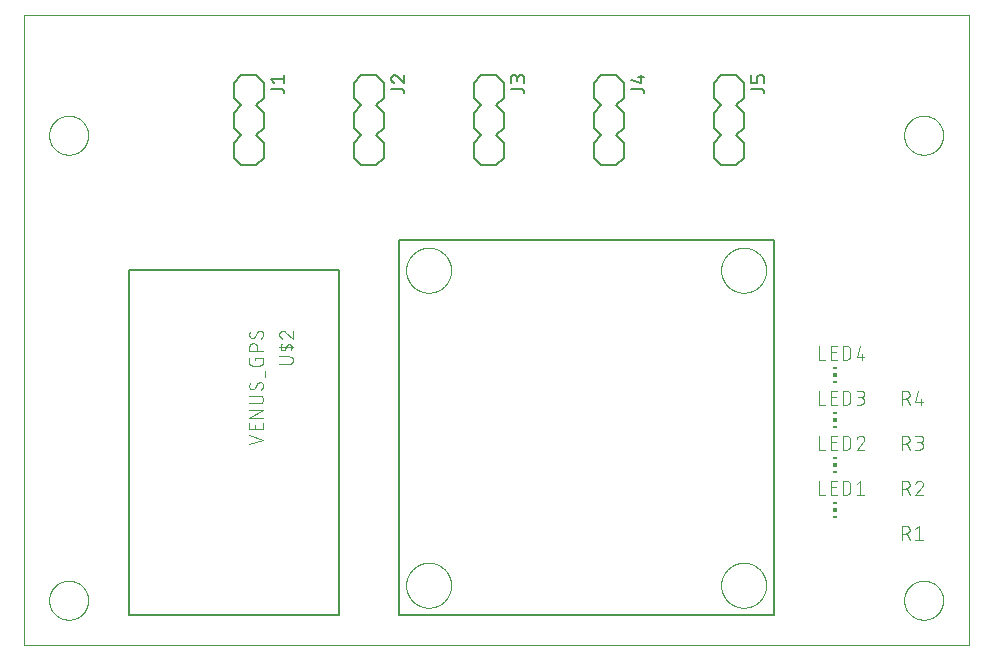
<source format=gto>
G75*
%MOIN*%
%OFA0B0*%
%FSLAX25Y25*%
%IPPOS*%
%LPD*%
%AMOC8*
5,1,8,0,0,1.08239X$1,22.5*
%
%ADD10C,0.00000*%
%ADD11C,0.00500*%
%ADD12C,0.00400*%
%ADD13R,0.01181X0.00591*%
%ADD14R,0.01181X0.01181*%
%ADD15C,0.00800*%
D10*
X0003333Y0040000D02*
X0003333Y0250000D01*
X0318333Y0250000D01*
X0318333Y0040000D01*
X0003333Y0040000D01*
X0011833Y0055000D02*
X0011835Y0055161D01*
X0011841Y0055321D01*
X0011851Y0055482D01*
X0011865Y0055642D01*
X0011883Y0055802D01*
X0011904Y0055961D01*
X0011930Y0056120D01*
X0011960Y0056278D01*
X0011993Y0056435D01*
X0012031Y0056592D01*
X0012072Y0056747D01*
X0012117Y0056901D01*
X0012166Y0057054D01*
X0012219Y0057206D01*
X0012275Y0057357D01*
X0012336Y0057506D01*
X0012399Y0057654D01*
X0012467Y0057800D01*
X0012538Y0057944D01*
X0012612Y0058086D01*
X0012690Y0058227D01*
X0012772Y0058365D01*
X0012857Y0058502D01*
X0012945Y0058636D01*
X0013037Y0058768D01*
X0013132Y0058898D01*
X0013230Y0059026D01*
X0013331Y0059151D01*
X0013435Y0059273D01*
X0013542Y0059393D01*
X0013652Y0059510D01*
X0013765Y0059625D01*
X0013881Y0059736D01*
X0014000Y0059845D01*
X0014121Y0059950D01*
X0014245Y0060053D01*
X0014371Y0060153D01*
X0014499Y0060249D01*
X0014630Y0060342D01*
X0014764Y0060432D01*
X0014899Y0060519D01*
X0015037Y0060602D01*
X0015176Y0060682D01*
X0015318Y0060758D01*
X0015461Y0060831D01*
X0015606Y0060900D01*
X0015753Y0060966D01*
X0015901Y0061028D01*
X0016051Y0061086D01*
X0016202Y0061141D01*
X0016355Y0061192D01*
X0016509Y0061239D01*
X0016664Y0061282D01*
X0016820Y0061321D01*
X0016976Y0061357D01*
X0017134Y0061388D01*
X0017292Y0061416D01*
X0017451Y0061440D01*
X0017611Y0061460D01*
X0017771Y0061476D01*
X0017931Y0061488D01*
X0018092Y0061496D01*
X0018253Y0061500D01*
X0018413Y0061500D01*
X0018574Y0061496D01*
X0018735Y0061488D01*
X0018895Y0061476D01*
X0019055Y0061460D01*
X0019215Y0061440D01*
X0019374Y0061416D01*
X0019532Y0061388D01*
X0019690Y0061357D01*
X0019846Y0061321D01*
X0020002Y0061282D01*
X0020157Y0061239D01*
X0020311Y0061192D01*
X0020464Y0061141D01*
X0020615Y0061086D01*
X0020765Y0061028D01*
X0020913Y0060966D01*
X0021060Y0060900D01*
X0021205Y0060831D01*
X0021348Y0060758D01*
X0021490Y0060682D01*
X0021629Y0060602D01*
X0021767Y0060519D01*
X0021902Y0060432D01*
X0022036Y0060342D01*
X0022167Y0060249D01*
X0022295Y0060153D01*
X0022421Y0060053D01*
X0022545Y0059950D01*
X0022666Y0059845D01*
X0022785Y0059736D01*
X0022901Y0059625D01*
X0023014Y0059510D01*
X0023124Y0059393D01*
X0023231Y0059273D01*
X0023335Y0059151D01*
X0023436Y0059026D01*
X0023534Y0058898D01*
X0023629Y0058768D01*
X0023721Y0058636D01*
X0023809Y0058502D01*
X0023894Y0058365D01*
X0023976Y0058227D01*
X0024054Y0058086D01*
X0024128Y0057944D01*
X0024199Y0057800D01*
X0024267Y0057654D01*
X0024330Y0057506D01*
X0024391Y0057357D01*
X0024447Y0057206D01*
X0024500Y0057054D01*
X0024549Y0056901D01*
X0024594Y0056747D01*
X0024635Y0056592D01*
X0024673Y0056435D01*
X0024706Y0056278D01*
X0024736Y0056120D01*
X0024762Y0055961D01*
X0024783Y0055802D01*
X0024801Y0055642D01*
X0024815Y0055482D01*
X0024825Y0055321D01*
X0024831Y0055161D01*
X0024833Y0055000D01*
X0024831Y0054839D01*
X0024825Y0054679D01*
X0024815Y0054518D01*
X0024801Y0054358D01*
X0024783Y0054198D01*
X0024762Y0054039D01*
X0024736Y0053880D01*
X0024706Y0053722D01*
X0024673Y0053565D01*
X0024635Y0053408D01*
X0024594Y0053253D01*
X0024549Y0053099D01*
X0024500Y0052946D01*
X0024447Y0052794D01*
X0024391Y0052643D01*
X0024330Y0052494D01*
X0024267Y0052346D01*
X0024199Y0052200D01*
X0024128Y0052056D01*
X0024054Y0051914D01*
X0023976Y0051773D01*
X0023894Y0051635D01*
X0023809Y0051498D01*
X0023721Y0051364D01*
X0023629Y0051232D01*
X0023534Y0051102D01*
X0023436Y0050974D01*
X0023335Y0050849D01*
X0023231Y0050727D01*
X0023124Y0050607D01*
X0023014Y0050490D01*
X0022901Y0050375D01*
X0022785Y0050264D01*
X0022666Y0050155D01*
X0022545Y0050050D01*
X0022421Y0049947D01*
X0022295Y0049847D01*
X0022167Y0049751D01*
X0022036Y0049658D01*
X0021902Y0049568D01*
X0021767Y0049481D01*
X0021629Y0049398D01*
X0021490Y0049318D01*
X0021348Y0049242D01*
X0021205Y0049169D01*
X0021060Y0049100D01*
X0020913Y0049034D01*
X0020765Y0048972D01*
X0020615Y0048914D01*
X0020464Y0048859D01*
X0020311Y0048808D01*
X0020157Y0048761D01*
X0020002Y0048718D01*
X0019846Y0048679D01*
X0019690Y0048643D01*
X0019532Y0048612D01*
X0019374Y0048584D01*
X0019215Y0048560D01*
X0019055Y0048540D01*
X0018895Y0048524D01*
X0018735Y0048512D01*
X0018574Y0048504D01*
X0018413Y0048500D01*
X0018253Y0048500D01*
X0018092Y0048504D01*
X0017931Y0048512D01*
X0017771Y0048524D01*
X0017611Y0048540D01*
X0017451Y0048560D01*
X0017292Y0048584D01*
X0017134Y0048612D01*
X0016976Y0048643D01*
X0016820Y0048679D01*
X0016664Y0048718D01*
X0016509Y0048761D01*
X0016355Y0048808D01*
X0016202Y0048859D01*
X0016051Y0048914D01*
X0015901Y0048972D01*
X0015753Y0049034D01*
X0015606Y0049100D01*
X0015461Y0049169D01*
X0015318Y0049242D01*
X0015176Y0049318D01*
X0015037Y0049398D01*
X0014899Y0049481D01*
X0014764Y0049568D01*
X0014630Y0049658D01*
X0014499Y0049751D01*
X0014371Y0049847D01*
X0014245Y0049947D01*
X0014121Y0050050D01*
X0014000Y0050155D01*
X0013881Y0050264D01*
X0013765Y0050375D01*
X0013652Y0050490D01*
X0013542Y0050607D01*
X0013435Y0050727D01*
X0013331Y0050849D01*
X0013230Y0050974D01*
X0013132Y0051102D01*
X0013037Y0051232D01*
X0012945Y0051364D01*
X0012857Y0051498D01*
X0012772Y0051635D01*
X0012690Y0051773D01*
X0012612Y0051914D01*
X0012538Y0052056D01*
X0012467Y0052200D01*
X0012399Y0052346D01*
X0012336Y0052494D01*
X0012275Y0052643D01*
X0012219Y0052794D01*
X0012166Y0052946D01*
X0012117Y0053099D01*
X0012072Y0053253D01*
X0012031Y0053408D01*
X0011993Y0053565D01*
X0011960Y0053722D01*
X0011930Y0053880D01*
X0011904Y0054039D01*
X0011883Y0054198D01*
X0011865Y0054358D01*
X0011851Y0054518D01*
X0011841Y0054679D01*
X0011835Y0054839D01*
X0011833Y0055000D01*
X0130833Y0060000D02*
X0130835Y0060184D01*
X0130842Y0060368D01*
X0130853Y0060552D01*
X0130869Y0060735D01*
X0130889Y0060918D01*
X0130914Y0061100D01*
X0130943Y0061282D01*
X0130977Y0061463D01*
X0131015Y0061643D01*
X0131058Y0061822D01*
X0131105Y0062000D01*
X0131156Y0062177D01*
X0131212Y0062353D01*
X0131271Y0062527D01*
X0131336Y0062699D01*
X0131404Y0062870D01*
X0131476Y0063039D01*
X0131553Y0063207D01*
X0131634Y0063372D01*
X0131719Y0063535D01*
X0131807Y0063697D01*
X0131900Y0063856D01*
X0131997Y0064012D01*
X0132097Y0064167D01*
X0132201Y0064319D01*
X0132309Y0064468D01*
X0132420Y0064614D01*
X0132535Y0064758D01*
X0132654Y0064899D01*
X0132776Y0065037D01*
X0132901Y0065172D01*
X0133030Y0065303D01*
X0133161Y0065432D01*
X0133296Y0065557D01*
X0133434Y0065679D01*
X0133575Y0065798D01*
X0133719Y0065913D01*
X0133865Y0066024D01*
X0134014Y0066132D01*
X0134166Y0066236D01*
X0134321Y0066336D01*
X0134477Y0066433D01*
X0134636Y0066526D01*
X0134798Y0066614D01*
X0134961Y0066699D01*
X0135126Y0066780D01*
X0135294Y0066857D01*
X0135463Y0066929D01*
X0135634Y0066997D01*
X0135806Y0067062D01*
X0135980Y0067121D01*
X0136156Y0067177D01*
X0136333Y0067228D01*
X0136511Y0067275D01*
X0136690Y0067318D01*
X0136870Y0067356D01*
X0137051Y0067390D01*
X0137233Y0067419D01*
X0137415Y0067444D01*
X0137598Y0067464D01*
X0137781Y0067480D01*
X0137965Y0067491D01*
X0138149Y0067498D01*
X0138333Y0067500D01*
X0138517Y0067498D01*
X0138701Y0067491D01*
X0138885Y0067480D01*
X0139068Y0067464D01*
X0139251Y0067444D01*
X0139433Y0067419D01*
X0139615Y0067390D01*
X0139796Y0067356D01*
X0139976Y0067318D01*
X0140155Y0067275D01*
X0140333Y0067228D01*
X0140510Y0067177D01*
X0140686Y0067121D01*
X0140860Y0067062D01*
X0141032Y0066997D01*
X0141203Y0066929D01*
X0141372Y0066857D01*
X0141540Y0066780D01*
X0141705Y0066699D01*
X0141868Y0066614D01*
X0142030Y0066526D01*
X0142189Y0066433D01*
X0142345Y0066336D01*
X0142500Y0066236D01*
X0142652Y0066132D01*
X0142801Y0066024D01*
X0142947Y0065913D01*
X0143091Y0065798D01*
X0143232Y0065679D01*
X0143370Y0065557D01*
X0143505Y0065432D01*
X0143636Y0065303D01*
X0143765Y0065172D01*
X0143890Y0065037D01*
X0144012Y0064899D01*
X0144131Y0064758D01*
X0144246Y0064614D01*
X0144357Y0064468D01*
X0144465Y0064319D01*
X0144569Y0064167D01*
X0144669Y0064012D01*
X0144766Y0063856D01*
X0144859Y0063697D01*
X0144947Y0063535D01*
X0145032Y0063372D01*
X0145113Y0063207D01*
X0145190Y0063039D01*
X0145262Y0062870D01*
X0145330Y0062699D01*
X0145395Y0062527D01*
X0145454Y0062353D01*
X0145510Y0062177D01*
X0145561Y0062000D01*
X0145608Y0061822D01*
X0145651Y0061643D01*
X0145689Y0061463D01*
X0145723Y0061282D01*
X0145752Y0061100D01*
X0145777Y0060918D01*
X0145797Y0060735D01*
X0145813Y0060552D01*
X0145824Y0060368D01*
X0145831Y0060184D01*
X0145833Y0060000D01*
X0145831Y0059816D01*
X0145824Y0059632D01*
X0145813Y0059448D01*
X0145797Y0059265D01*
X0145777Y0059082D01*
X0145752Y0058900D01*
X0145723Y0058718D01*
X0145689Y0058537D01*
X0145651Y0058357D01*
X0145608Y0058178D01*
X0145561Y0058000D01*
X0145510Y0057823D01*
X0145454Y0057647D01*
X0145395Y0057473D01*
X0145330Y0057301D01*
X0145262Y0057130D01*
X0145190Y0056961D01*
X0145113Y0056793D01*
X0145032Y0056628D01*
X0144947Y0056465D01*
X0144859Y0056303D01*
X0144766Y0056144D01*
X0144669Y0055988D01*
X0144569Y0055833D01*
X0144465Y0055681D01*
X0144357Y0055532D01*
X0144246Y0055386D01*
X0144131Y0055242D01*
X0144012Y0055101D01*
X0143890Y0054963D01*
X0143765Y0054828D01*
X0143636Y0054697D01*
X0143505Y0054568D01*
X0143370Y0054443D01*
X0143232Y0054321D01*
X0143091Y0054202D01*
X0142947Y0054087D01*
X0142801Y0053976D01*
X0142652Y0053868D01*
X0142500Y0053764D01*
X0142345Y0053664D01*
X0142189Y0053567D01*
X0142030Y0053474D01*
X0141868Y0053386D01*
X0141705Y0053301D01*
X0141540Y0053220D01*
X0141372Y0053143D01*
X0141203Y0053071D01*
X0141032Y0053003D01*
X0140860Y0052938D01*
X0140686Y0052879D01*
X0140510Y0052823D01*
X0140333Y0052772D01*
X0140155Y0052725D01*
X0139976Y0052682D01*
X0139796Y0052644D01*
X0139615Y0052610D01*
X0139433Y0052581D01*
X0139251Y0052556D01*
X0139068Y0052536D01*
X0138885Y0052520D01*
X0138701Y0052509D01*
X0138517Y0052502D01*
X0138333Y0052500D01*
X0138149Y0052502D01*
X0137965Y0052509D01*
X0137781Y0052520D01*
X0137598Y0052536D01*
X0137415Y0052556D01*
X0137233Y0052581D01*
X0137051Y0052610D01*
X0136870Y0052644D01*
X0136690Y0052682D01*
X0136511Y0052725D01*
X0136333Y0052772D01*
X0136156Y0052823D01*
X0135980Y0052879D01*
X0135806Y0052938D01*
X0135634Y0053003D01*
X0135463Y0053071D01*
X0135294Y0053143D01*
X0135126Y0053220D01*
X0134961Y0053301D01*
X0134798Y0053386D01*
X0134636Y0053474D01*
X0134477Y0053567D01*
X0134321Y0053664D01*
X0134166Y0053764D01*
X0134014Y0053868D01*
X0133865Y0053976D01*
X0133719Y0054087D01*
X0133575Y0054202D01*
X0133434Y0054321D01*
X0133296Y0054443D01*
X0133161Y0054568D01*
X0133030Y0054697D01*
X0132901Y0054828D01*
X0132776Y0054963D01*
X0132654Y0055101D01*
X0132535Y0055242D01*
X0132420Y0055386D01*
X0132309Y0055532D01*
X0132201Y0055681D01*
X0132097Y0055833D01*
X0131997Y0055988D01*
X0131900Y0056144D01*
X0131807Y0056303D01*
X0131719Y0056465D01*
X0131634Y0056628D01*
X0131553Y0056793D01*
X0131476Y0056961D01*
X0131404Y0057130D01*
X0131336Y0057301D01*
X0131271Y0057473D01*
X0131212Y0057647D01*
X0131156Y0057823D01*
X0131105Y0058000D01*
X0131058Y0058178D01*
X0131015Y0058357D01*
X0130977Y0058537D01*
X0130943Y0058718D01*
X0130914Y0058900D01*
X0130889Y0059082D01*
X0130869Y0059265D01*
X0130853Y0059448D01*
X0130842Y0059632D01*
X0130835Y0059816D01*
X0130833Y0060000D01*
X0235833Y0060000D02*
X0235835Y0060184D01*
X0235842Y0060368D01*
X0235853Y0060552D01*
X0235869Y0060735D01*
X0235889Y0060918D01*
X0235914Y0061100D01*
X0235943Y0061282D01*
X0235977Y0061463D01*
X0236015Y0061643D01*
X0236058Y0061822D01*
X0236105Y0062000D01*
X0236156Y0062177D01*
X0236212Y0062353D01*
X0236271Y0062527D01*
X0236336Y0062699D01*
X0236404Y0062870D01*
X0236476Y0063039D01*
X0236553Y0063207D01*
X0236634Y0063372D01*
X0236719Y0063535D01*
X0236807Y0063697D01*
X0236900Y0063856D01*
X0236997Y0064012D01*
X0237097Y0064167D01*
X0237201Y0064319D01*
X0237309Y0064468D01*
X0237420Y0064614D01*
X0237535Y0064758D01*
X0237654Y0064899D01*
X0237776Y0065037D01*
X0237901Y0065172D01*
X0238030Y0065303D01*
X0238161Y0065432D01*
X0238296Y0065557D01*
X0238434Y0065679D01*
X0238575Y0065798D01*
X0238719Y0065913D01*
X0238865Y0066024D01*
X0239014Y0066132D01*
X0239166Y0066236D01*
X0239321Y0066336D01*
X0239477Y0066433D01*
X0239636Y0066526D01*
X0239798Y0066614D01*
X0239961Y0066699D01*
X0240126Y0066780D01*
X0240294Y0066857D01*
X0240463Y0066929D01*
X0240634Y0066997D01*
X0240806Y0067062D01*
X0240980Y0067121D01*
X0241156Y0067177D01*
X0241333Y0067228D01*
X0241511Y0067275D01*
X0241690Y0067318D01*
X0241870Y0067356D01*
X0242051Y0067390D01*
X0242233Y0067419D01*
X0242415Y0067444D01*
X0242598Y0067464D01*
X0242781Y0067480D01*
X0242965Y0067491D01*
X0243149Y0067498D01*
X0243333Y0067500D01*
X0243517Y0067498D01*
X0243701Y0067491D01*
X0243885Y0067480D01*
X0244068Y0067464D01*
X0244251Y0067444D01*
X0244433Y0067419D01*
X0244615Y0067390D01*
X0244796Y0067356D01*
X0244976Y0067318D01*
X0245155Y0067275D01*
X0245333Y0067228D01*
X0245510Y0067177D01*
X0245686Y0067121D01*
X0245860Y0067062D01*
X0246032Y0066997D01*
X0246203Y0066929D01*
X0246372Y0066857D01*
X0246540Y0066780D01*
X0246705Y0066699D01*
X0246868Y0066614D01*
X0247030Y0066526D01*
X0247189Y0066433D01*
X0247345Y0066336D01*
X0247500Y0066236D01*
X0247652Y0066132D01*
X0247801Y0066024D01*
X0247947Y0065913D01*
X0248091Y0065798D01*
X0248232Y0065679D01*
X0248370Y0065557D01*
X0248505Y0065432D01*
X0248636Y0065303D01*
X0248765Y0065172D01*
X0248890Y0065037D01*
X0249012Y0064899D01*
X0249131Y0064758D01*
X0249246Y0064614D01*
X0249357Y0064468D01*
X0249465Y0064319D01*
X0249569Y0064167D01*
X0249669Y0064012D01*
X0249766Y0063856D01*
X0249859Y0063697D01*
X0249947Y0063535D01*
X0250032Y0063372D01*
X0250113Y0063207D01*
X0250190Y0063039D01*
X0250262Y0062870D01*
X0250330Y0062699D01*
X0250395Y0062527D01*
X0250454Y0062353D01*
X0250510Y0062177D01*
X0250561Y0062000D01*
X0250608Y0061822D01*
X0250651Y0061643D01*
X0250689Y0061463D01*
X0250723Y0061282D01*
X0250752Y0061100D01*
X0250777Y0060918D01*
X0250797Y0060735D01*
X0250813Y0060552D01*
X0250824Y0060368D01*
X0250831Y0060184D01*
X0250833Y0060000D01*
X0250831Y0059816D01*
X0250824Y0059632D01*
X0250813Y0059448D01*
X0250797Y0059265D01*
X0250777Y0059082D01*
X0250752Y0058900D01*
X0250723Y0058718D01*
X0250689Y0058537D01*
X0250651Y0058357D01*
X0250608Y0058178D01*
X0250561Y0058000D01*
X0250510Y0057823D01*
X0250454Y0057647D01*
X0250395Y0057473D01*
X0250330Y0057301D01*
X0250262Y0057130D01*
X0250190Y0056961D01*
X0250113Y0056793D01*
X0250032Y0056628D01*
X0249947Y0056465D01*
X0249859Y0056303D01*
X0249766Y0056144D01*
X0249669Y0055988D01*
X0249569Y0055833D01*
X0249465Y0055681D01*
X0249357Y0055532D01*
X0249246Y0055386D01*
X0249131Y0055242D01*
X0249012Y0055101D01*
X0248890Y0054963D01*
X0248765Y0054828D01*
X0248636Y0054697D01*
X0248505Y0054568D01*
X0248370Y0054443D01*
X0248232Y0054321D01*
X0248091Y0054202D01*
X0247947Y0054087D01*
X0247801Y0053976D01*
X0247652Y0053868D01*
X0247500Y0053764D01*
X0247345Y0053664D01*
X0247189Y0053567D01*
X0247030Y0053474D01*
X0246868Y0053386D01*
X0246705Y0053301D01*
X0246540Y0053220D01*
X0246372Y0053143D01*
X0246203Y0053071D01*
X0246032Y0053003D01*
X0245860Y0052938D01*
X0245686Y0052879D01*
X0245510Y0052823D01*
X0245333Y0052772D01*
X0245155Y0052725D01*
X0244976Y0052682D01*
X0244796Y0052644D01*
X0244615Y0052610D01*
X0244433Y0052581D01*
X0244251Y0052556D01*
X0244068Y0052536D01*
X0243885Y0052520D01*
X0243701Y0052509D01*
X0243517Y0052502D01*
X0243333Y0052500D01*
X0243149Y0052502D01*
X0242965Y0052509D01*
X0242781Y0052520D01*
X0242598Y0052536D01*
X0242415Y0052556D01*
X0242233Y0052581D01*
X0242051Y0052610D01*
X0241870Y0052644D01*
X0241690Y0052682D01*
X0241511Y0052725D01*
X0241333Y0052772D01*
X0241156Y0052823D01*
X0240980Y0052879D01*
X0240806Y0052938D01*
X0240634Y0053003D01*
X0240463Y0053071D01*
X0240294Y0053143D01*
X0240126Y0053220D01*
X0239961Y0053301D01*
X0239798Y0053386D01*
X0239636Y0053474D01*
X0239477Y0053567D01*
X0239321Y0053664D01*
X0239166Y0053764D01*
X0239014Y0053868D01*
X0238865Y0053976D01*
X0238719Y0054087D01*
X0238575Y0054202D01*
X0238434Y0054321D01*
X0238296Y0054443D01*
X0238161Y0054568D01*
X0238030Y0054697D01*
X0237901Y0054828D01*
X0237776Y0054963D01*
X0237654Y0055101D01*
X0237535Y0055242D01*
X0237420Y0055386D01*
X0237309Y0055532D01*
X0237201Y0055681D01*
X0237097Y0055833D01*
X0236997Y0055988D01*
X0236900Y0056144D01*
X0236807Y0056303D01*
X0236719Y0056465D01*
X0236634Y0056628D01*
X0236553Y0056793D01*
X0236476Y0056961D01*
X0236404Y0057130D01*
X0236336Y0057301D01*
X0236271Y0057473D01*
X0236212Y0057647D01*
X0236156Y0057823D01*
X0236105Y0058000D01*
X0236058Y0058178D01*
X0236015Y0058357D01*
X0235977Y0058537D01*
X0235943Y0058718D01*
X0235914Y0058900D01*
X0235889Y0059082D01*
X0235869Y0059265D01*
X0235853Y0059448D01*
X0235842Y0059632D01*
X0235835Y0059816D01*
X0235833Y0060000D01*
X0296833Y0055000D02*
X0296835Y0055161D01*
X0296841Y0055321D01*
X0296851Y0055482D01*
X0296865Y0055642D01*
X0296883Y0055802D01*
X0296904Y0055961D01*
X0296930Y0056120D01*
X0296960Y0056278D01*
X0296993Y0056435D01*
X0297031Y0056592D01*
X0297072Y0056747D01*
X0297117Y0056901D01*
X0297166Y0057054D01*
X0297219Y0057206D01*
X0297275Y0057357D01*
X0297336Y0057506D01*
X0297399Y0057654D01*
X0297467Y0057800D01*
X0297538Y0057944D01*
X0297612Y0058086D01*
X0297690Y0058227D01*
X0297772Y0058365D01*
X0297857Y0058502D01*
X0297945Y0058636D01*
X0298037Y0058768D01*
X0298132Y0058898D01*
X0298230Y0059026D01*
X0298331Y0059151D01*
X0298435Y0059273D01*
X0298542Y0059393D01*
X0298652Y0059510D01*
X0298765Y0059625D01*
X0298881Y0059736D01*
X0299000Y0059845D01*
X0299121Y0059950D01*
X0299245Y0060053D01*
X0299371Y0060153D01*
X0299499Y0060249D01*
X0299630Y0060342D01*
X0299764Y0060432D01*
X0299899Y0060519D01*
X0300037Y0060602D01*
X0300176Y0060682D01*
X0300318Y0060758D01*
X0300461Y0060831D01*
X0300606Y0060900D01*
X0300753Y0060966D01*
X0300901Y0061028D01*
X0301051Y0061086D01*
X0301202Y0061141D01*
X0301355Y0061192D01*
X0301509Y0061239D01*
X0301664Y0061282D01*
X0301820Y0061321D01*
X0301976Y0061357D01*
X0302134Y0061388D01*
X0302292Y0061416D01*
X0302451Y0061440D01*
X0302611Y0061460D01*
X0302771Y0061476D01*
X0302931Y0061488D01*
X0303092Y0061496D01*
X0303253Y0061500D01*
X0303413Y0061500D01*
X0303574Y0061496D01*
X0303735Y0061488D01*
X0303895Y0061476D01*
X0304055Y0061460D01*
X0304215Y0061440D01*
X0304374Y0061416D01*
X0304532Y0061388D01*
X0304690Y0061357D01*
X0304846Y0061321D01*
X0305002Y0061282D01*
X0305157Y0061239D01*
X0305311Y0061192D01*
X0305464Y0061141D01*
X0305615Y0061086D01*
X0305765Y0061028D01*
X0305913Y0060966D01*
X0306060Y0060900D01*
X0306205Y0060831D01*
X0306348Y0060758D01*
X0306490Y0060682D01*
X0306629Y0060602D01*
X0306767Y0060519D01*
X0306902Y0060432D01*
X0307036Y0060342D01*
X0307167Y0060249D01*
X0307295Y0060153D01*
X0307421Y0060053D01*
X0307545Y0059950D01*
X0307666Y0059845D01*
X0307785Y0059736D01*
X0307901Y0059625D01*
X0308014Y0059510D01*
X0308124Y0059393D01*
X0308231Y0059273D01*
X0308335Y0059151D01*
X0308436Y0059026D01*
X0308534Y0058898D01*
X0308629Y0058768D01*
X0308721Y0058636D01*
X0308809Y0058502D01*
X0308894Y0058365D01*
X0308976Y0058227D01*
X0309054Y0058086D01*
X0309128Y0057944D01*
X0309199Y0057800D01*
X0309267Y0057654D01*
X0309330Y0057506D01*
X0309391Y0057357D01*
X0309447Y0057206D01*
X0309500Y0057054D01*
X0309549Y0056901D01*
X0309594Y0056747D01*
X0309635Y0056592D01*
X0309673Y0056435D01*
X0309706Y0056278D01*
X0309736Y0056120D01*
X0309762Y0055961D01*
X0309783Y0055802D01*
X0309801Y0055642D01*
X0309815Y0055482D01*
X0309825Y0055321D01*
X0309831Y0055161D01*
X0309833Y0055000D01*
X0309831Y0054839D01*
X0309825Y0054679D01*
X0309815Y0054518D01*
X0309801Y0054358D01*
X0309783Y0054198D01*
X0309762Y0054039D01*
X0309736Y0053880D01*
X0309706Y0053722D01*
X0309673Y0053565D01*
X0309635Y0053408D01*
X0309594Y0053253D01*
X0309549Y0053099D01*
X0309500Y0052946D01*
X0309447Y0052794D01*
X0309391Y0052643D01*
X0309330Y0052494D01*
X0309267Y0052346D01*
X0309199Y0052200D01*
X0309128Y0052056D01*
X0309054Y0051914D01*
X0308976Y0051773D01*
X0308894Y0051635D01*
X0308809Y0051498D01*
X0308721Y0051364D01*
X0308629Y0051232D01*
X0308534Y0051102D01*
X0308436Y0050974D01*
X0308335Y0050849D01*
X0308231Y0050727D01*
X0308124Y0050607D01*
X0308014Y0050490D01*
X0307901Y0050375D01*
X0307785Y0050264D01*
X0307666Y0050155D01*
X0307545Y0050050D01*
X0307421Y0049947D01*
X0307295Y0049847D01*
X0307167Y0049751D01*
X0307036Y0049658D01*
X0306902Y0049568D01*
X0306767Y0049481D01*
X0306629Y0049398D01*
X0306490Y0049318D01*
X0306348Y0049242D01*
X0306205Y0049169D01*
X0306060Y0049100D01*
X0305913Y0049034D01*
X0305765Y0048972D01*
X0305615Y0048914D01*
X0305464Y0048859D01*
X0305311Y0048808D01*
X0305157Y0048761D01*
X0305002Y0048718D01*
X0304846Y0048679D01*
X0304690Y0048643D01*
X0304532Y0048612D01*
X0304374Y0048584D01*
X0304215Y0048560D01*
X0304055Y0048540D01*
X0303895Y0048524D01*
X0303735Y0048512D01*
X0303574Y0048504D01*
X0303413Y0048500D01*
X0303253Y0048500D01*
X0303092Y0048504D01*
X0302931Y0048512D01*
X0302771Y0048524D01*
X0302611Y0048540D01*
X0302451Y0048560D01*
X0302292Y0048584D01*
X0302134Y0048612D01*
X0301976Y0048643D01*
X0301820Y0048679D01*
X0301664Y0048718D01*
X0301509Y0048761D01*
X0301355Y0048808D01*
X0301202Y0048859D01*
X0301051Y0048914D01*
X0300901Y0048972D01*
X0300753Y0049034D01*
X0300606Y0049100D01*
X0300461Y0049169D01*
X0300318Y0049242D01*
X0300176Y0049318D01*
X0300037Y0049398D01*
X0299899Y0049481D01*
X0299764Y0049568D01*
X0299630Y0049658D01*
X0299499Y0049751D01*
X0299371Y0049847D01*
X0299245Y0049947D01*
X0299121Y0050050D01*
X0299000Y0050155D01*
X0298881Y0050264D01*
X0298765Y0050375D01*
X0298652Y0050490D01*
X0298542Y0050607D01*
X0298435Y0050727D01*
X0298331Y0050849D01*
X0298230Y0050974D01*
X0298132Y0051102D01*
X0298037Y0051232D01*
X0297945Y0051364D01*
X0297857Y0051498D01*
X0297772Y0051635D01*
X0297690Y0051773D01*
X0297612Y0051914D01*
X0297538Y0052056D01*
X0297467Y0052200D01*
X0297399Y0052346D01*
X0297336Y0052494D01*
X0297275Y0052643D01*
X0297219Y0052794D01*
X0297166Y0052946D01*
X0297117Y0053099D01*
X0297072Y0053253D01*
X0297031Y0053408D01*
X0296993Y0053565D01*
X0296960Y0053722D01*
X0296930Y0053880D01*
X0296904Y0054039D01*
X0296883Y0054198D01*
X0296865Y0054358D01*
X0296851Y0054518D01*
X0296841Y0054679D01*
X0296835Y0054839D01*
X0296833Y0055000D01*
X0235833Y0165000D02*
X0235835Y0165184D01*
X0235842Y0165368D01*
X0235853Y0165552D01*
X0235869Y0165735D01*
X0235889Y0165918D01*
X0235914Y0166100D01*
X0235943Y0166282D01*
X0235977Y0166463D01*
X0236015Y0166643D01*
X0236058Y0166822D01*
X0236105Y0167000D01*
X0236156Y0167177D01*
X0236212Y0167353D01*
X0236271Y0167527D01*
X0236336Y0167699D01*
X0236404Y0167870D01*
X0236476Y0168039D01*
X0236553Y0168207D01*
X0236634Y0168372D01*
X0236719Y0168535D01*
X0236807Y0168697D01*
X0236900Y0168856D01*
X0236997Y0169012D01*
X0237097Y0169167D01*
X0237201Y0169319D01*
X0237309Y0169468D01*
X0237420Y0169614D01*
X0237535Y0169758D01*
X0237654Y0169899D01*
X0237776Y0170037D01*
X0237901Y0170172D01*
X0238030Y0170303D01*
X0238161Y0170432D01*
X0238296Y0170557D01*
X0238434Y0170679D01*
X0238575Y0170798D01*
X0238719Y0170913D01*
X0238865Y0171024D01*
X0239014Y0171132D01*
X0239166Y0171236D01*
X0239321Y0171336D01*
X0239477Y0171433D01*
X0239636Y0171526D01*
X0239798Y0171614D01*
X0239961Y0171699D01*
X0240126Y0171780D01*
X0240294Y0171857D01*
X0240463Y0171929D01*
X0240634Y0171997D01*
X0240806Y0172062D01*
X0240980Y0172121D01*
X0241156Y0172177D01*
X0241333Y0172228D01*
X0241511Y0172275D01*
X0241690Y0172318D01*
X0241870Y0172356D01*
X0242051Y0172390D01*
X0242233Y0172419D01*
X0242415Y0172444D01*
X0242598Y0172464D01*
X0242781Y0172480D01*
X0242965Y0172491D01*
X0243149Y0172498D01*
X0243333Y0172500D01*
X0243517Y0172498D01*
X0243701Y0172491D01*
X0243885Y0172480D01*
X0244068Y0172464D01*
X0244251Y0172444D01*
X0244433Y0172419D01*
X0244615Y0172390D01*
X0244796Y0172356D01*
X0244976Y0172318D01*
X0245155Y0172275D01*
X0245333Y0172228D01*
X0245510Y0172177D01*
X0245686Y0172121D01*
X0245860Y0172062D01*
X0246032Y0171997D01*
X0246203Y0171929D01*
X0246372Y0171857D01*
X0246540Y0171780D01*
X0246705Y0171699D01*
X0246868Y0171614D01*
X0247030Y0171526D01*
X0247189Y0171433D01*
X0247345Y0171336D01*
X0247500Y0171236D01*
X0247652Y0171132D01*
X0247801Y0171024D01*
X0247947Y0170913D01*
X0248091Y0170798D01*
X0248232Y0170679D01*
X0248370Y0170557D01*
X0248505Y0170432D01*
X0248636Y0170303D01*
X0248765Y0170172D01*
X0248890Y0170037D01*
X0249012Y0169899D01*
X0249131Y0169758D01*
X0249246Y0169614D01*
X0249357Y0169468D01*
X0249465Y0169319D01*
X0249569Y0169167D01*
X0249669Y0169012D01*
X0249766Y0168856D01*
X0249859Y0168697D01*
X0249947Y0168535D01*
X0250032Y0168372D01*
X0250113Y0168207D01*
X0250190Y0168039D01*
X0250262Y0167870D01*
X0250330Y0167699D01*
X0250395Y0167527D01*
X0250454Y0167353D01*
X0250510Y0167177D01*
X0250561Y0167000D01*
X0250608Y0166822D01*
X0250651Y0166643D01*
X0250689Y0166463D01*
X0250723Y0166282D01*
X0250752Y0166100D01*
X0250777Y0165918D01*
X0250797Y0165735D01*
X0250813Y0165552D01*
X0250824Y0165368D01*
X0250831Y0165184D01*
X0250833Y0165000D01*
X0250831Y0164816D01*
X0250824Y0164632D01*
X0250813Y0164448D01*
X0250797Y0164265D01*
X0250777Y0164082D01*
X0250752Y0163900D01*
X0250723Y0163718D01*
X0250689Y0163537D01*
X0250651Y0163357D01*
X0250608Y0163178D01*
X0250561Y0163000D01*
X0250510Y0162823D01*
X0250454Y0162647D01*
X0250395Y0162473D01*
X0250330Y0162301D01*
X0250262Y0162130D01*
X0250190Y0161961D01*
X0250113Y0161793D01*
X0250032Y0161628D01*
X0249947Y0161465D01*
X0249859Y0161303D01*
X0249766Y0161144D01*
X0249669Y0160988D01*
X0249569Y0160833D01*
X0249465Y0160681D01*
X0249357Y0160532D01*
X0249246Y0160386D01*
X0249131Y0160242D01*
X0249012Y0160101D01*
X0248890Y0159963D01*
X0248765Y0159828D01*
X0248636Y0159697D01*
X0248505Y0159568D01*
X0248370Y0159443D01*
X0248232Y0159321D01*
X0248091Y0159202D01*
X0247947Y0159087D01*
X0247801Y0158976D01*
X0247652Y0158868D01*
X0247500Y0158764D01*
X0247345Y0158664D01*
X0247189Y0158567D01*
X0247030Y0158474D01*
X0246868Y0158386D01*
X0246705Y0158301D01*
X0246540Y0158220D01*
X0246372Y0158143D01*
X0246203Y0158071D01*
X0246032Y0158003D01*
X0245860Y0157938D01*
X0245686Y0157879D01*
X0245510Y0157823D01*
X0245333Y0157772D01*
X0245155Y0157725D01*
X0244976Y0157682D01*
X0244796Y0157644D01*
X0244615Y0157610D01*
X0244433Y0157581D01*
X0244251Y0157556D01*
X0244068Y0157536D01*
X0243885Y0157520D01*
X0243701Y0157509D01*
X0243517Y0157502D01*
X0243333Y0157500D01*
X0243149Y0157502D01*
X0242965Y0157509D01*
X0242781Y0157520D01*
X0242598Y0157536D01*
X0242415Y0157556D01*
X0242233Y0157581D01*
X0242051Y0157610D01*
X0241870Y0157644D01*
X0241690Y0157682D01*
X0241511Y0157725D01*
X0241333Y0157772D01*
X0241156Y0157823D01*
X0240980Y0157879D01*
X0240806Y0157938D01*
X0240634Y0158003D01*
X0240463Y0158071D01*
X0240294Y0158143D01*
X0240126Y0158220D01*
X0239961Y0158301D01*
X0239798Y0158386D01*
X0239636Y0158474D01*
X0239477Y0158567D01*
X0239321Y0158664D01*
X0239166Y0158764D01*
X0239014Y0158868D01*
X0238865Y0158976D01*
X0238719Y0159087D01*
X0238575Y0159202D01*
X0238434Y0159321D01*
X0238296Y0159443D01*
X0238161Y0159568D01*
X0238030Y0159697D01*
X0237901Y0159828D01*
X0237776Y0159963D01*
X0237654Y0160101D01*
X0237535Y0160242D01*
X0237420Y0160386D01*
X0237309Y0160532D01*
X0237201Y0160681D01*
X0237097Y0160833D01*
X0236997Y0160988D01*
X0236900Y0161144D01*
X0236807Y0161303D01*
X0236719Y0161465D01*
X0236634Y0161628D01*
X0236553Y0161793D01*
X0236476Y0161961D01*
X0236404Y0162130D01*
X0236336Y0162301D01*
X0236271Y0162473D01*
X0236212Y0162647D01*
X0236156Y0162823D01*
X0236105Y0163000D01*
X0236058Y0163178D01*
X0236015Y0163357D01*
X0235977Y0163537D01*
X0235943Y0163718D01*
X0235914Y0163900D01*
X0235889Y0164082D01*
X0235869Y0164265D01*
X0235853Y0164448D01*
X0235842Y0164632D01*
X0235835Y0164816D01*
X0235833Y0165000D01*
X0296833Y0210000D02*
X0296835Y0210161D01*
X0296841Y0210321D01*
X0296851Y0210482D01*
X0296865Y0210642D01*
X0296883Y0210802D01*
X0296904Y0210961D01*
X0296930Y0211120D01*
X0296960Y0211278D01*
X0296993Y0211435D01*
X0297031Y0211592D01*
X0297072Y0211747D01*
X0297117Y0211901D01*
X0297166Y0212054D01*
X0297219Y0212206D01*
X0297275Y0212357D01*
X0297336Y0212506D01*
X0297399Y0212654D01*
X0297467Y0212800D01*
X0297538Y0212944D01*
X0297612Y0213086D01*
X0297690Y0213227D01*
X0297772Y0213365D01*
X0297857Y0213502D01*
X0297945Y0213636D01*
X0298037Y0213768D01*
X0298132Y0213898D01*
X0298230Y0214026D01*
X0298331Y0214151D01*
X0298435Y0214273D01*
X0298542Y0214393D01*
X0298652Y0214510D01*
X0298765Y0214625D01*
X0298881Y0214736D01*
X0299000Y0214845D01*
X0299121Y0214950D01*
X0299245Y0215053D01*
X0299371Y0215153D01*
X0299499Y0215249D01*
X0299630Y0215342D01*
X0299764Y0215432D01*
X0299899Y0215519D01*
X0300037Y0215602D01*
X0300176Y0215682D01*
X0300318Y0215758D01*
X0300461Y0215831D01*
X0300606Y0215900D01*
X0300753Y0215966D01*
X0300901Y0216028D01*
X0301051Y0216086D01*
X0301202Y0216141D01*
X0301355Y0216192D01*
X0301509Y0216239D01*
X0301664Y0216282D01*
X0301820Y0216321D01*
X0301976Y0216357D01*
X0302134Y0216388D01*
X0302292Y0216416D01*
X0302451Y0216440D01*
X0302611Y0216460D01*
X0302771Y0216476D01*
X0302931Y0216488D01*
X0303092Y0216496D01*
X0303253Y0216500D01*
X0303413Y0216500D01*
X0303574Y0216496D01*
X0303735Y0216488D01*
X0303895Y0216476D01*
X0304055Y0216460D01*
X0304215Y0216440D01*
X0304374Y0216416D01*
X0304532Y0216388D01*
X0304690Y0216357D01*
X0304846Y0216321D01*
X0305002Y0216282D01*
X0305157Y0216239D01*
X0305311Y0216192D01*
X0305464Y0216141D01*
X0305615Y0216086D01*
X0305765Y0216028D01*
X0305913Y0215966D01*
X0306060Y0215900D01*
X0306205Y0215831D01*
X0306348Y0215758D01*
X0306490Y0215682D01*
X0306629Y0215602D01*
X0306767Y0215519D01*
X0306902Y0215432D01*
X0307036Y0215342D01*
X0307167Y0215249D01*
X0307295Y0215153D01*
X0307421Y0215053D01*
X0307545Y0214950D01*
X0307666Y0214845D01*
X0307785Y0214736D01*
X0307901Y0214625D01*
X0308014Y0214510D01*
X0308124Y0214393D01*
X0308231Y0214273D01*
X0308335Y0214151D01*
X0308436Y0214026D01*
X0308534Y0213898D01*
X0308629Y0213768D01*
X0308721Y0213636D01*
X0308809Y0213502D01*
X0308894Y0213365D01*
X0308976Y0213227D01*
X0309054Y0213086D01*
X0309128Y0212944D01*
X0309199Y0212800D01*
X0309267Y0212654D01*
X0309330Y0212506D01*
X0309391Y0212357D01*
X0309447Y0212206D01*
X0309500Y0212054D01*
X0309549Y0211901D01*
X0309594Y0211747D01*
X0309635Y0211592D01*
X0309673Y0211435D01*
X0309706Y0211278D01*
X0309736Y0211120D01*
X0309762Y0210961D01*
X0309783Y0210802D01*
X0309801Y0210642D01*
X0309815Y0210482D01*
X0309825Y0210321D01*
X0309831Y0210161D01*
X0309833Y0210000D01*
X0309831Y0209839D01*
X0309825Y0209679D01*
X0309815Y0209518D01*
X0309801Y0209358D01*
X0309783Y0209198D01*
X0309762Y0209039D01*
X0309736Y0208880D01*
X0309706Y0208722D01*
X0309673Y0208565D01*
X0309635Y0208408D01*
X0309594Y0208253D01*
X0309549Y0208099D01*
X0309500Y0207946D01*
X0309447Y0207794D01*
X0309391Y0207643D01*
X0309330Y0207494D01*
X0309267Y0207346D01*
X0309199Y0207200D01*
X0309128Y0207056D01*
X0309054Y0206914D01*
X0308976Y0206773D01*
X0308894Y0206635D01*
X0308809Y0206498D01*
X0308721Y0206364D01*
X0308629Y0206232D01*
X0308534Y0206102D01*
X0308436Y0205974D01*
X0308335Y0205849D01*
X0308231Y0205727D01*
X0308124Y0205607D01*
X0308014Y0205490D01*
X0307901Y0205375D01*
X0307785Y0205264D01*
X0307666Y0205155D01*
X0307545Y0205050D01*
X0307421Y0204947D01*
X0307295Y0204847D01*
X0307167Y0204751D01*
X0307036Y0204658D01*
X0306902Y0204568D01*
X0306767Y0204481D01*
X0306629Y0204398D01*
X0306490Y0204318D01*
X0306348Y0204242D01*
X0306205Y0204169D01*
X0306060Y0204100D01*
X0305913Y0204034D01*
X0305765Y0203972D01*
X0305615Y0203914D01*
X0305464Y0203859D01*
X0305311Y0203808D01*
X0305157Y0203761D01*
X0305002Y0203718D01*
X0304846Y0203679D01*
X0304690Y0203643D01*
X0304532Y0203612D01*
X0304374Y0203584D01*
X0304215Y0203560D01*
X0304055Y0203540D01*
X0303895Y0203524D01*
X0303735Y0203512D01*
X0303574Y0203504D01*
X0303413Y0203500D01*
X0303253Y0203500D01*
X0303092Y0203504D01*
X0302931Y0203512D01*
X0302771Y0203524D01*
X0302611Y0203540D01*
X0302451Y0203560D01*
X0302292Y0203584D01*
X0302134Y0203612D01*
X0301976Y0203643D01*
X0301820Y0203679D01*
X0301664Y0203718D01*
X0301509Y0203761D01*
X0301355Y0203808D01*
X0301202Y0203859D01*
X0301051Y0203914D01*
X0300901Y0203972D01*
X0300753Y0204034D01*
X0300606Y0204100D01*
X0300461Y0204169D01*
X0300318Y0204242D01*
X0300176Y0204318D01*
X0300037Y0204398D01*
X0299899Y0204481D01*
X0299764Y0204568D01*
X0299630Y0204658D01*
X0299499Y0204751D01*
X0299371Y0204847D01*
X0299245Y0204947D01*
X0299121Y0205050D01*
X0299000Y0205155D01*
X0298881Y0205264D01*
X0298765Y0205375D01*
X0298652Y0205490D01*
X0298542Y0205607D01*
X0298435Y0205727D01*
X0298331Y0205849D01*
X0298230Y0205974D01*
X0298132Y0206102D01*
X0298037Y0206232D01*
X0297945Y0206364D01*
X0297857Y0206498D01*
X0297772Y0206635D01*
X0297690Y0206773D01*
X0297612Y0206914D01*
X0297538Y0207056D01*
X0297467Y0207200D01*
X0297399Y0207346D01*
X0297336Y0207494D01*
X0297275Y0207643D01*
X0297219Y0207794D01*
X0297166Y0207946D01*
X0297117Y0208099D01*
X0297072Y0208253D01*
X0297031Y0208408D01*
X0296993Y0208565D01*
X0296960Y0208722D01*
X0296930Y0208880D01*
X0296904Y0209039D01*
X0296883Y0209198D01*
X0296865Y0209358D01*
X0296851Y0209518D01*
X0296841Y0209679D01*
X0296835Y0209839D01*
X0296833Y0210000D01*
X0130833Y0165000D02*
X0130835Y0165184D01*
X0130842Y0165368D01*
X0130853Y0165552D01*
X0130869Y0165735D01*
X0130889Y0165918D01*
X0130914Y0166100D01*
X0130943Y0166282D01*
X0130977Y0166463D01*
X0131015Y0166643D01*
X0131058Y0166822D01*
X0131105Y0167000D01*
X0131156Y0167177D01*
X0131212Y0167353D01*
X0131271Y0167527D01*
X0131336Y0167699D01*
X0131404Y0167870D01*
X0131476Y0168039D01*
X0131553Y0168207D01*
X0131634Y0168372D01*
X0131719Y0168535D01*
X0131807Y0168697D01*
X0131900Y0168856D01*
X0131997Y0169012D01*
X0132097Y0169167D01*
X0132201Y0169319D01*
X0132309Y0169468D01*
X0132420Y0169614D01*
X0132535Y0169758D01*
X0132654Y0169899D01*
X0132776Y0170037D01*
X0132901Y0170172D01*
X0133030Y0170303D01*
X0133161Y0170432D01*
X0133296Y0170557D01*
X0133434Y0170679D01*
X0133575Y0170798D01*
X0133719Y0170913D01*
X0133865Y0171024D01*
X0134014Y0171132D01*
X0134166Y0171236D01*
X0134321Y0171336D01*
X0134477Y0171433D01*
X0134636Y0171526D01*
X0134798Y0171614D01*
X0134961Y0171699D01*
X0135126Y0171780D01*
X0135294Y0171857D01*
X0135463Y0171929D01*
X0135634Y0171997D01*
X0135806Y0172062D01*
X0135980Y0172121D01*
X0136156Y0172177D01*
X0136333Y0172228D01*
X0136511Y0172275D01*
X0136690Y0172318D01*
X0136870Y0172356D01*
X0137051Y0172390D01*
X0137233Y0172419D01*
X0137415Y0172444D01*
X0137598Y0172464D01*
X0137781Y0172480D01*
X0137965Y0172491D01*
X0138149Y0172498D01*
X0138333Y0172500D01*
X0138517Y0172498D01*
X0138701Y0172491D01*
X0138885Y0172480D01*
X0139068Y0172464D01*
X0139251Y0172444D01*
X0139433Y0172419D01*
X0139615Y0172390D01*
X0139796Y0172356D01*
X0139976Y0172318D01*
X0140155Y0172275D01*
X0140333Y0172228D01*
X0140510Y0172177D01*
X0140686Y0172121D01*
X0140860Y0172062D01*
X0141032Y0171997D01*
X0141203Y0171929D01*
X0141372Y0171857D01*
X0141540Y0171780D01*
X0141705Y0171699D01*
X0141868Y0171614D01*
X0142030Y0171526D01*
X0142189Y0171433D01*
X0142345Y0171336D01*
X0142500Y0171236D01*
X0142652Y0171132D01*
X0142801Y0171024D01*
X0142947Y0170913D01*
X0143091Y0170798D01*
X0143232Y0170679D01*
X0143370Y0170557D01*
X0143505Y0170432D01*
X0143636Y0170303D01*
X0143765Y0170172D01*
X0143890Y0170037D01*
X0144012Y0169899D01*
X0144131Y0169758D01*
X0144246Y0169614D01*
X0144357Y0169468D01*
X0144465Y0169319D01*
X0144569Y0169167D01*
X0144669Y0169012D01*
X0144766Y0168856D01*
X0144859Y0168697D01*
X0144947Y0168535D01*
X0145032Y0168372D01*
X0145113Y0168207D01*
X0145190Y0168039D01*
X0145262Y0167870D01*
X0145330Y0167699D01*
X0145395Y0167527D01*
X0145454Y0167353D01*
X0145510Y0167177D01*
X0145561Y0167000D01*
X0145608Y0166822D01*
X0145651Y0166643D01*
X0145689Y0166463D01*
X0145723Y0166282D01*
X0145752Y0166100D01*
X0145777Y0165918D01*
X0145797Y0165735D01*
X0145813Y0165552D01*
X0145824Y0165368D01*
X0145831Y0165184D01*
X0145833Y0165000D01*
X0145831Y0164816D01*
X0145824Y0164632D01*
X0145813Y0164448D01*
X0145797Y0164265D01*
X0145777Y0164082D01*
X0145752Y0163900D01*
X0145723Y0163718D01*
X0145689Y0163537D01*
X0145651Y0163357D01*
X0145608Y0163178D01*
X0145561Y0163000D01*
X0145510Y0162823D01*
X0145454Y0162647D01*
X0145395Y0162473D01*
X0145330Y0162301D01*
X0145262Y0162130D01*
X0145190Y0161961D01*
X0145113Y0161793D01*
X0145032Y0161628D01*
X0144947Y0161465D01*
X0144859Y0161303D01*
X0144766Y0161144D01*
X0144669Y0160988D01*
X0144569Y0160833D01*
X0144465Y0160681D01*
X0144357Y0160532D01*
X0144246Y0160386D01*
X0144131Y0160242D01*
X0144012Y0160101D01*
X0143890Y0159963D01*
X0143765Y0159828D01*
X0143636Y0159697D01*
X0143505Y0159568D01*
X0143370Y0159443D01*
X0143232Y0159321D01*
X0143091Y0159202D01*
X0142947Y0159087D01*
X0142801Y0158976D01*
X0142652Y0158868D01*
X0142500Y0158764D01*
X0142345Y0158664D01*
X0142189Y0158567D01*
X0142030Y0158474D01*
X0141868Y0158386D01*
X0141705Y0158301D01*
X0141540Y0158220D01*
X0141372Y0158143D01*
X0141203Y0158071D01*
X0141032Y0158003D01*
X0140860Y0157938D01*
X0140686Y0157879D01*
X0140510Y0157823D01*
X0140333Y0157772D01*
X0140155Y0157725D01*
X0139976Y0157682D01*
X0139796Y0157644D01*
X0139615Y0157610D01*
X0139433Y0157581D01*
X0139251Y0157556D01*
X0139068Y0157536D01*
X0138885Y0157520D01*
X0138701Y0157509D01*
X0138517Y0157502D01*
X0138333Y0157500D01*
X0138149Y0157502D01*
X0137965Y0157509D01*
X0137781Y0157520D01*
X0137598Y0157536D01*
X0137415Y0157556D01*
X0137233Y0157581D01*
X0137051Y0157610D01*
X0136870Y0157644D01*
X0136690Y0157682D01*
X0136511Y0157725D01*
X0136333Y0157772D01*
X0136156Y0157823D01*
X0135980Y0157879D01*
X0135806Y0157938D01*
X0135634Y0158003D01*
X0135463Y0158071D01*
X0135294Y0158143D01*
X0135126Y0158220D01*
X0134961Y0158301D01*
X0134798Y0158386D01*
X0134636Y0158474D01*
X0134477Y0158567D01*
X0134321Y0158664D01*
X0134166Y0158764D01*
X0134014Y0158868D01*
X0133865Y0158976D01*
X0133719Y0159087D01*
X0133575Y0159202D01*
X0133434Y0159321D01*
X0133296Y0159443D01*
X0133161Y0159568D01*
X0133030Y0159697D01*
X0132901Y0159828D01*
X0132776Y0159963D01*
X0132654Y0160101D01*
X0132535Y0160242D01*
X0132420Y0160386D01*
X0132309Y0160532D01*
X0132201Y0160681D01*
X0132097Y0160833D01*
X0131997Y0160988D01*
X0131900Y0161144D01*
X0131807Y0161303D01*
X0131719Y0161465D01*
X0131634Y0161628D01*
X0131553Y0161793D01*
X0131476Y0161961D01*
X0131404Y0162130D01*
X0131336Y0162301D01*
X0131271Y0162473D01*
X0131212Y0162647D01*
X0131156Y0162823D01*
X0131105Y0163000D01*
X0131058Y0163178D01*
X0131015Y0163357D01*
X0130977Y0163537D01*
X0130943Y0163718D01*
X0130914Y0163900D01*
X0130889Y0164082D01*
X0130869Y0164265D01*
X0130853Y0164448D01*
X0130842Y0164632D01*
X0130835Y0164816D01*
X0130833Y0165000D01*
X0011833Y0210000D02*
X0011835Y0210161D01*
X0011841Y0210321D01*
X0011851Y0210482D01*
X0011865Y0210642D01*
X0011883Y0210802D01*
X0011904Y0210961D01*
X0011930Y0211120D01*
X0011960Y0211278D01*
X0011993Y0211435D01*
X0012031Y0211592D01*
X0012072Y0211747D01*
X0012117Y0211901D01*
X0012166Y0212054D01*
X0012219Y0212206D01*
X0012275Y0212357D01*
X0012336Y0212506D01*
X0012399Y0212654D01*
X0012467Y0212800D01*
X0012538Y0212944D01*
X0012612Y0213086D01*
X0012690Y0213227D01*
X0012772Y0213365D01*
X0012857Y0213502D01*
X0012945Y0213636D01*
X0013037Y0213768D01*
X0013132Y0213898D01*
X0013230Y0214026D01*
X0013331Y0214151D01*
X0013435Y0214273D01*
X0013542Y0214393D01*
X0013652Y0214510D01*
X0013765Y0214625D01*
X0013881Y0214736D01*
X0014000Y0214845D01*
X0014121Y0214950D01*
X0014245Y0215053D01*
X0014371Y0215153D01*
X0014499Y0215249D01*
X0014630Y0215342D01*
X0014764Y0215432D01*
X0014899Y0215519D01*
X0015037Y0215602D01*
X0015176Y0215682D01*
X0015318Y0215758D01*
X0015461Y0215831D01*
X0015606Y0215900D01*
X0015753Y0215966D01*
X0015901Y0216028D01*
X0016051Y0216086D01*
X0016202Y0216141D01*
X0016355Y0216192D01*
X0016509Y0216239D01*
X0016664Y0216282D01*
X0016820Y0216321D01*
X0016976Y0216357D01*
X0017134Y0216388D01*
X0017292Y0216416D01*
X0017451Y0216440D01*
X0017611Y0216460D01*
X0017771Y0216476D01*
X0017931Y0216488D01*
X0018092Y0216496D01*
X0018253Y0216500D01*
X0018413Y0216500D01*
X0018574Y0216496D01*
X0018735Y0216488D01*
X0018895Y0216476D01*
X0019055Y0216460D01*
X0019215Y0216440D01*
X0019374Y0216416D01*
X0019532Y0216388D01*
X0019690Y0216357D01*
X0019846Y0216321D01*
X0020002Y0216282D01*
X0020157Y0216239D01*
X0020311Y0216192D01*
X0020464Y0216141D01*
X0020615Y0216086D01*
X0020765Y0216028D01*
X0020913Y0215966D01*
X0021060Y0215900D01*
X0021205Y0215831D01*
X0021348Y0215758D01*
X0021490Y0215682D01*
X0021629Y0215602D01*
X0021767Y0215519D01*
X0021902Y0215432D01*
X0022036Y0215342D01*
X0022167Y0215249D01*
X0022295Y0215153D01*
X0022421Y0215053D01*
X0022545Y0214950D01*
X0022666Y0214845D01*
X0022785Y0214736D01*
X0022901Y0214625D01*
X0023014Y0214510D01*
X0023124Y0214393D01*
X0023231Y0214273D01*
X0023335Y0214151D01*
X0023436Y0214026D01*
X0023534Y0213898D01*
X0023629Y0213768D01*
X0023721Y0213636D01*
X0023809Y0213502D01*
X0023894Y0213365D01*
X0023976Y0213227D01*
X0024054Y0213086D01*
X0024128Y0212944D01*
X0024199Y0212800D01*
X0024267Y0212654D01*
X0024330Y0212506D01*
X0024391Y0212357D01*
X0024447Y0212206D01*
X0024500Y0212054D01*
X0024549Y0211901D01*
X0024594Y0211747D01*
X0024635Y0211592D01*
X0024673Y0211435D01*
X0024706Y0211278D01*
X0024736Y0211120D01*
X0024762Y0210961D01*
X0024783Y0210802D01*
X0024801Y0210642D01*
X0024815Y0210482D01*
X0024825Y0210321D01*
X0024831Y0210161D01*
X0024833Y0210000D01*
X0024831Y0209839D01*
X0024825Y0209679D01*
X0024815Y0209518D01*
X0024801Y0209358D01*
X0024783Y0209198D01*
X0024762Y0209039D01*
X0024736Y0208880D01*
X0024706Y0208722D01*
X0024673Y0208565D01*
X0024635Y0208408D01*
X0024594Y0208253D01*
X0024549Y0208099D01*
X0024500Y0207946D01*
X0024447Y0207794D01*
X0024391Y0207643D01*
X0024330Y0207494D01*
X0024267Y0207346D01*
X0024199Y0207200D01*
X0024128Y0207056D01*
X0024054Y0206914D01*
X0023976Y0206773D01*
X0023894Y0206635D01*
X0023809Y0206498D01*
X0023721Y0206364D01*
X0023629Y0206232D01*
X0023534Y0206102D01*
X0023436Y0205974D01*
X0023335Y0205849D01*
X0023231Y0205727D01*
X0023124Y0205607D01*
X0023014Y0205490D01*
X0022901Y0205375D01*
X0022785Y0205264D01*
X0022666Y0205155D01*
X0022545Y0205050D01*
X0022421Y0204947D01*
X0022295Y0204847D01*
X0022167Y0204751D01*
X0022036Y0204658D01*
X0021902Y0204568D01*
X0021767Y0204481D01*
X0021629Y0204398D01*
X0021490Y0204318D01*
X0021348Y0204242D01*
X0021205Y0204169D01*
X0021060Y0204100D01*
X0020913Y0204034D01*
X0020765Y0203972D01*
X0020615Y0203914D01*
X0020464Y0203859D01*
X0020311Y0203808D01*
X0020157Y0203761D01*
X0020002Y0203718D01*
X0019846Y0203679D01*
X0019690Y0203643D01*
X0019532Y0203612D01*
X0019374Y0203584D01*
X0019215Y0203560D01*
X0019055Y0203540D01*
X0018895Y0203524D01*
X0018735Y0203512D01*
X0018574Y0203504D01*
X0018413Y0203500D01*
X0018253Y0203500D01*
X0018092Y0203504D01*
X0017931Y0203512D01*
X0017771Y0203524D01*
X0017611Y0203540D01*
X0017451Y0203560D01*
X0017292Y0203584D01*
X0017134Y0203612D01*
X0016976Y0203643D01*
X0016820Y0203679D01*
X0016664Y0203718D01*
X0016509Y0203761D01*
X0016355Y0203808D01*
X0016202Y0203859D01*
X0016051Y0203914D01*
X0015901Y0203972D01*
X0015753Y0204034D01*
X0015606Y0204100D01*
X0015461Y0204169D01*
X0015318Y0204242D01*
X0015176Y0204318D01*
X0015037Y0204398D01*
X0014899Y0204481D01*
X0014764Y0204568D01*
X0014630Y0204658D01*
X0014499Y0204751D01*
X0014371Y0204847D01*
X0014245Y0204947D01*
X0014121Y0205050D01*
X0014000Y0205155D01*
X0013881Y0205264D01*
X0013765Y0205375D01*
X0013652Y0205490D01*
X0013542Y0205607D01*
X0013435Y0205727D01*
X0013331Y0205849D01*
X0013230Y0205974D01*
X0013132Y0206102D01*
X0013037Y0206232D01*
X0012945Y0206364D01*
X0012857Y0206498D01*
X0012772Y0206635D01*
X0012690Y0206773D01*
X0012612Y0206914D01*
X0012538Y0207056D01*
X0012467Y0207200D01*
X0012399Y0207346D01*
X0012336Y0207494D01*
X0012275Y0207643D01*
X0012219Y0207794D01*
X0012166Y0207946D01*
X0012117Y0208099D01*
X0012072Y0208253D01*
X0012031Y0208408D01*
X0011993Y0208565D01*
X0011960Y0208722D01*
X0011930Y0208880D01*
X0011904Y0209039D01*
X0011883Y0209198D01*
X0011865Y0209358D01*
X0011851Y0209518D01*
X0011841Y0209679D01*
X0011835Y0209839D01*
X0011833Y0210000D01*
D11*
X0038333Y0165000D02*
X0108333Y0165000D01*
X0108333Y0050000D01*
X0038333Y0050000D01*
X0038333Y0165000D01*
X0085783Y0225421D02*
X0089283Y0225421D01*
X0089343Y0225419D01*
X0089404Y0225414D01*
X0089463Y0225405D01*
X0089522Y0225392D01*
X0089581Y0225376D01*
X0089638Y0225356D01*
X0089693Y0225333D01*
X0089748Y0225306D01*
X0089800Y0225277D01*
X0089851Y0225244D01*
X0089900Y0225208D01*
X0089946Y0225170D01*
X0089990Y0225128D01*
X0090032Y0225084D01*
X0090070Y0225038D01*
X0090106Y0224989D01*
X0090139Y0224938D01*
X0090168Y0224886D01*
X0090195Y0224831D01*
X0090218Y0224776D01*
X0090238Y0224719D01*
X0090254Y0224660D01*
X0090267Y0224601D01*
X0090276Y0224542D01*
X0090281Y0224481D01*
X0090283Y0224421D01*
X0090283Y0223921D01*
X0090283Y0227550D02*
X0090283Y0230050D01*
X0090283Y0228800D02*
X0085783Y0228800D01*
X0086783Y0227550D01*
X0125783Y0225421D02*
X0129283Y0225421D01*
X0129343Y0225419D01*
X0129404Y0225414D01*
X0129463Y0225405D01*
X0129522Y0225392D01*
X0129581Y0225376D01*
X0129638Y0225356D01*
X0129693Y0225333D01*
X0129748Y0225306D01*
X0129800Y0225277D01*
X0129851Y0225244D01*
X0129900Y0225208D01*
X0129946Y0225170D01*
X0129990Y0225128D01*
X0130032Y0225084D01*
X0130070Y0225038D01*
X0130106Y0224989D01*
X0130139Y0224938D01*
X0130168Y0224886D01*
X0130195Y0224831D01*
X0130218Y0224776D01*
X0130238Y0224719D01*
X0130254Y0224660D01*
X0130267Y0224601D01*
X0130276Y0224542D01*
X0130281Y0224481D01*
X0130283Y0224421D01*
X0130283Y0223921D01*
X0130283Y0227550D02*
X0130283Y0230050D01*
X0130283Y0227550D02*
X0127783Y0229675D01*
X0125784Y0228925D02*
X0125786Y0228852D01*
X0125791Y0228780D01*
X0125800Y0228708D01*
X0125813Y0228636D01*
X0125829Y0228565D01*
X0125849Y0228495D01*
X0125873Y0228427D01*
X0125899Y0228359D01*
X0125930Y0228293D01*
X0125963Y0228228D01*
X0126000Y0228166D01*
X0126039Y0228105D01*
X0126082Y0228046D01*
X0126128Y0227989D01*
X0126176Y0227935D01*
X0126227Y0227884D01*
X0126281Y0227834D01*
X0126337Y0227788D01*
X0126395Y0227745D01*
X0126456Y0227704D01*
X0126518Y0227667D01*
X0126582Y0227633D01*
X0126648Y0227602D01*
X0126715Y0227574D01*
X0126784Y0227550D01*
X0127783Y0229675D02*
X0127737Y0229721D01*
X0127688Y0229765D01*
X0127637Y0229805D01*
X0127584Y0229843D01*
X0127529Y0229878D01*
X0127472Y0229910D01*
X0127414Y0229939D01*
X0127354Y0229965D01*
X0127292Y0229987D01*
X0127230Y0230006D01*
X0127167Y0230022D01*
X0127103Y0230034D01*
X0127038Y0230043D01*
X0126973Y0230048D01*
X0126908Y0230050D01*
X0126843Y0230048D01*
X0126777Y0230042D01*
X0126713Y0230033D01*
X0126649Y0230020D01*
X0126585Y0230003D01*
X0126523Y0229982D01*
X0126462Y0229958D01*
X0126403Y0229930D01*
X0126346Y0229899D01*
X0126290Y0229865D01*
X0126236Y0229827D01*
X0126185Y0229787D01*
X0126136Y0229743D01*
X0126090Y0229697D01*
X0126046Y0229648D01*
X0126006Y0229597D01*
X0125968Y0229543D01*
X0125934Y0229488D01*
X0125903Y0229430D01*
X0125875Y0229371D01*
X0125851Y0229310D01*
X0125830Y0229248D01*
X0125813Y0229184D01*
X0125800Y0229120D01*
X0125791Y0229056D01*
X0125785Y0228990D01*
X0125783Y0228925D01*
X0165783Y0229050D02*
X0165783Y0227550D01*
X0165783Y0229050D02*
X0165785Y0229112D01*
X0165791Y0229173D01*
X0165800Y0229234D01*
X0165813Y0229294D01*
X0165830Y0229353D01*
X0165851Y0229411D01*
X0165875Y0229468D01*
X0165902Y0229523D01*
X0165933Y0229576D01*
X0165967Y0229628D01*
X0166004Y0229677D01*
X0166044Y0229724D01*
X0166087Y0229768D01*
X0166132Y0229809D01*
X0166180Y0229848D01*
X0166231Y0229884D01*
X0166283Y0229916D01*
X0166337Y0229945D01*
X0166393Y0229971D01*
X0166451Y0229993D01*
X0166509Y0230012D01*
X0166569Y0230027D01*
X0166630Y0230038D01*
X0166691Y0230046D01*
X0166752Y0230050D01*
X0166814Y0230050D01*
X0166875Y0230046D01*
X0166936Y0230038D01*
X0166997Y0230027D01*
X0167057Y0230012D01*
X0167115Y0229993D01*
X0167173Y0229971D01*
X0167229Y0229945D01*
X0167283Y0229916D01*
X0167335Y0229884D01*
X0167386Y0229848D01*
X0167434Y0229809D01*
X0167479Y0229768D01*
X0167522Y0229724D01*
X0167562Y0229677D01*
X0167599Y0229628D01*
X0167633Y0229576D01*
X0167664Y0229523D01*
X0167691Y0229468D01*
X0167715Y0229411D01*
X0167736Y0229353D01*
X0167753Y0229294D01*
X0167766Y0229234D01*
X0167775Y0229173D01*
X0167781Y0229112D01*
X0167783Y0229050D01*
X0167783Y0228050D01*
X0167783Y0228800D02*
X0167785Y0228869D01*
X0167791Y0228938D01*
X0167800Y0229006D01*
X0167813Y0229073D01*
X0167830Y0229140D01*
X0167851Y0229206D01*
X0167875Y0229270D01*
X0167903Y0229333D01*
X0167934Y0229395D01*
X0167968Y0229455D01*
X0168006Y0229512D01*
X0168047Y0229568D01*
X0168090Y0229621D01*
X0168137Y0229672D01*
X0168186Y0229720D01*
X0168238Y0229765D01*
X0168293Y0229807D01*
X0168349Y0229846D01*
X0168408Y0229883D01*
X0168469Y0229915D01*
X0168531Y0229945D01*
X0168595Y0229971D01*
X0168660Y0229993D01*
X0168726Y0230012D01*
X0168793Y0230027D01*
X0168861Y0230038D01*
X0168930Y0230046D01*
X0168999Y0230050D01*
X0169067Y0230050D01*
X0169136Y0230046D01*
X0169205Y0230038D01*
X0169273Y0230027D01*
X0169340Y0230012D01*
X0169406Y0229993D01*
X0169471Y0229971D01*
X0169535Y0229945D01*
X0169597Y0229915D01*
X0169658Y0229883D01*
X0169717Y0229846D01*
X0169773Y0229807D01*
X0169828Y0229765D01*
X0169880Y0229720D01*
X0169929Y0229672D01*
X0169976Y0229621D01*
X0170019Y0229568D01*
X0170060Y0229512D01*
X0170098Y0229455D01*
X0170132Y0229395D01*
X0170163Y0229333D01*
X0170191Y0229270D01*
X0170215Y0229206D01*
X0170236Y0229140D01*
X0170253Y0229073D01*
X0170266Y0229006D01*
X0170275Y0228938D01*
X0170281Y0228869D01*
X0170283Y0228800D01*
X0170283Y0227550D01*
X0169283Y0225421D02*
X0165783Y0225421D01*
X0169283Y0225421D02*
X0169343Y0225419D01*
X0169404Y0225414D01*
X0169463Y0225405D01*
X0169522Y0225392D01*
X0169581Y0225376D01*
X0169638Y0225356D01*
X0169693Y0225333D01*
X0169748Y0225306D01*
X0169800Y0225277D01*
X0169851Y0225244D01*
X0169900Y0225208D01*
X0169946Y0225170D01*
X0169990Y0225128D01*
X0170032Y0225084D01*
X0170070Y0225038D01*
X0170106Y0224989D01*
X0170139Y0224938D01*
X0170168Y0224886D01*
X0170195Y0224831D01*
X0170218Y0224776D01*
X0170238Y0224719D01*
X0170254Y0224660D01*
X0170267Y0224601D01*
X0170276Y0224542D01*
X0170281Y0224481D01*
X0170283Y0224421D01*
X0170283Y0223921D01*
X0205783Y0225421D02*
X0209283Y0225421D01*
X0209343Y0225419D01*
X0209404Y0225414D01*
X0209463Y0225405D01*
X0209522Y0225392D01*
X0209581Y0225376D01*
X0209638Y0225356D01*
X0209693Y0225333D01*
X0209748Y0225306D01*
X0209800Y0225277D01*
X0209851Y0225244D01*
X0209900Y0225208D01*
X0209946Y0225170D01*
X0209990Y0225128D01*
X0210032Y0225084D01*
X0210070Y0225038D01*
X0210106Y0224989D01*
X0210139Y0224938D01*
X0210168Y0224886D01*
X0210195Y0224831D01*
X0210218Y0224776D01*
X0210238Y0224719D01*
X0210254Y0224660D01*
X0210267Y0224601D01*
X0210276Y0224542D01*
X0210281Y0224481D01*
X0210283Y0224421D01*
X0210283Y0223921D01*
X0209283Y0227550D02*
X0205783Y0228550D01*
X0208283Y0229300D02*
X0210283Y0229300D01*
X0209283Y0230050D02*
X0209283Y0227550D01*
X0245783Y0227550D02*
X0245783Y0230050D01*
X0247783Y0229050D02*
X0247783Y0227550D01*
X0245783Y0227550D01*
X0245783Y0225421D02*
X0249283Y0225421D01*
X0249343Y0225419D01*
X0249404Y0225414D01*
X0249463Y0225405D01*
X0249522Y0225392D01*
X0249581Y0225376D01*
X0249638Y0225356D01*
X0249693Y0225333D01*
X0249748Y0225306D01*
X0249800Y0225277D01*
X0249851Y0225244D01*
X0249900Y0225208D01*
X0249946Y0225170D01*
X0249990Y0225128D01*
X0250032Y0225084D01*
X0250070Y0225038D01*
X0250106Y0224989D01*
X0250139Y0224938D01*
X0250168Y0224886D01*
X0250195Y0224831D01*
X0250218Y0224776D01*
X0250238Y0224719D01*
X0250254Y0224660D01*
X0250267Y0224601D01*
X0250276Y0224542D01*
X0250281Y0224481D01*
X0250283Y0224421D01*
X0250283Y0223921D01*
X0250283Y0227550D02*
X0250283Y0229050D01*
X0250281Y0229110D01*
X0250276Y0229171D01*
X0250267Y0229230D01*
X0250254Y0229289D01*
X0250238Y0229348D01*
X0250218Y0229405D01*
X0250195Y0229460D01*
X0250168Y0229515D01*
X0250139Y0229567D01*
X0250106Y0229618D01*
X0250070Y0229667D01*
X0250032Y0229713D01*
X0249990Y0229757D01*
X0249946Y0229799D01*
X0249900Y0229837D01*
X0249851Y0229873D01*
X0249800Y0229906D01*
X0249748Y0229935D01*
X0249693Y0229962D01*
X0249638Y0229985D01*
X0249581Y0230005D01*
X0249522Y0230021D01*
X0249463Y0230034D01*
X0249404Y0230043D01*
X0249343Y0230048D01*
X0249283Y0230050D01*
X0248783Y0230050D01*
X0248723Y0230048D01*
X0248662Y0230043D01*
X0248603Y0230034D01*
X0248544Y0230021D01*
X0248485Y0230005D01*
X0248428Y0229985D01*
X0248373Y0229962D01*
X0248318Y0229935D01*
X0248266Y0229906D01*
X0248215Y0229873D01*
X0248166Y0229837D01*
X0248120Y0229799D01*
X0248076Y0229757D01*
X0248034Y0229713D01*
X0247996Y0229667D01*
X0247960Y0229618D01*
X0247927Y0229567D01*
X0247898Y0229515D01*
X0247871Y0229460D01*
X0247848Y0229405D01*
X0247828Y0229348D01*
X0247812Y0229289D01*
X0247799Y0229230D01*
X0247790Y0229171D01*
X0247785Y0229110D01*
X0247783Y0229050D01*
X0253333Y0175000D02*
X0253333Y0050000D01*
X0128333Y0050000D01*
X0128333Y0175000D01*
X0253333Y0175000D01*
D12*
X0268533Y0139800D02*
X0268533Y0135200D01*
X0270578Y0135200D01*
X0272433Y0135200D02*
X0272433Y0139800D01*
X0274478Y0139800D01*
X0276324Y0139800D02*
X0277602Y0139800D01*
X0276324Y0139800D02*
X0276324Y0135200D01*
X0277602Y0135200D01*
X0277671Y0135202D01*
X0277740Y0135207D01*
X0277809Y0135217D01*
X0277877Y0135230D01*
X0277944Y0135247D01*
X0278010Y0135267D01*
X0278075Y0135291D01*
X0278139Y0135318D01*
X0278201Y0135349D01*
X0278261Y0135383D01*
X0278319Y0135420D01*
X0278375Y0135461D01*
X0278429Y0135504D01*
X0278481Y0135550D01*
X0278530Y0135599D01*
X0278576Y0135651D01*
X0278619Y0135705D01*
X0278660Y0135761D01*
X0278697Y0135819D01*
X0278731Y0135879D01*
X0278762Y0135941D01*
X0278789Y0136005D01*
X0278813Y0136070D01*
X0278833Y0136136D01*
X0278850Y0136203D01*
X0278863Y0136271D01*
X0278873Y0136340D01*
X0278878Y0136409D01*
X0278880Y0136478D01*
X0278880Y0138522D01*
X0278878Y0138591D01*
X0278873Y0138660D01*
X0278863Y0138729D01*
X0278850Y0138797D01*
X0278833Y0138864D01*
X0278813Y0138930D01*
X0278789Y0138995D01*
X0278762Y0139059D01*
X0278731Y0139121D01*
X0278697Y0139181D01*
X0278660Y0139239D01*
X0278619Y0139295D01*
X0278576Y0139349D01*
X0278530Y0139401D01*
X0278481Y0139450D01*
X0278429Y0139496D01*
X0278375Y0139539D01*
X0278319Y0139580D01*
X0278261Y0139617D01*
X0278201Y0139651D01*
X0278139Y0139682D01*
X0278075Y0139709D01*
X0278010Y0139733D01*
X0277944Y0139753D01*
X0277877Y0139770D01*
X0277809Y0139783D01*
X0277740Y0139793D01*
X0277671Y0139798D01*
X0277602Y0139800D01*
X0273967Y0137756D02*
X0272433Y0137756D01*
X0272433Y0135200D02*
X0274478Y0135200D01*
X0280974Y0136222D02*
X0283530Y0136222D01*
X0282763Y0137244D02*
X0282763Y0135200D01*
X0280974Y0136222D02*
X0281997Y0139800D01*
X0282508Y0124800D02*
X0280974Y0124800D01*
X0282508Y0124800D02*
X0282571Y0124798D01*
X0282634Y0124792D01*
X0282696Y0124783D01*
X0282757Y0124769D01*
X0282818Y0124752D01*
X0282877Y0124731D01*
X0282935Y0124706D01*
X0282992Y0124678D01*
X0283046Y0124647D01*
X0283098Y0124612D01*
X0283149Y0124574D01*
X0283197Y0124533D01*
X0283242Y0124489D01*
X0283284Y0124443D01*
X0283324Y0124394D01*
X0283360Y0124343D01*
X0283393Y0124289D01*
X0283423Y0124234D01*
X0283449Y0124176D01*
X0283472Y0124118D01*
X0283491Y0124058D01*
X0283506Y0123997D01*
X0283518Y0123935D01*
X0283526Y0123872D01*
X0283530Y0123809D01*
X0283530Y0123747D01*
X0283526Y0123684D01*
X0283518Y0123621D01*
X0283506Y0123559D01*
X0283491Y0123498D01*
X0283472Y0123438D01*
X0283449Y0123380D01*
X0283423Y0123322D01*
X0283393Y0123267D01*
X0283360Y0123213D01*
X0283324Y0123162D01*
X0283284Y0123113D01*
X0283242Y0123067D01*
X0283197Y0123023D01*
X0283149Y0122982D01*
X0283098Y0122944D01*
X0283046Y0122909D01*
X0282992Y0122878D01*
X0282935Y0122850D01*
X0282877Y0122825D01*
X0282818Y0122804D01*
X0282757Y0122787D01*
X0282696Y0122773D01*
X0282634Y0122764D01*
X0282571Y0122758D01*
X0282508Y0122756D01*
X0281486Y0122756D01*
X0282252Y0122756D02*
X0282322Y0122754D01*
X0282393Y0122748D01*
X0282462Y0122739D01*
X0282531Y0122725D01*
X0282600Y0122708D01*
X0282667Y0122687D01*
X0282733Y0122662D01*
X0282797Y0122634D01*
X0282860Y0122602D01*
X0282921Y0122567D01*
X0282980Y0122528D01*
X0283037Y0122487D01*
X0283091Y0122442D01*
X0283143Y0122394D01*
X0283192Y0122344D01*
X0283239Y0122290D01*
X0283282Y0122235D01*
X0283322Y0122177D01*
X0283359Y0122117D01*
X0283392Y0122055D01*
X0283422Y0121991D01*
X0283449Y0121926D01*
X0283472Y0121860D01*
X0283491Y0121792D01*
X0283506Y0121723D01*
X0283518Y0121654D01*
X0283526Y0121584D01*
X0283530Y0121513D01*
X0283530Y0121443D01*
X0283526Y0121372D01*
X0283518Y0121302D01*
X0283506Y0121233D01*
X0283491Y0121164D01*
X0283472Y0121096D01*
X0283449Y0121030D01*
X0283422Y0120965D01*
X0283392Y0120901D01*
X0283359Y0120839D01*
X0283322Y0120779D01*
X0283282Y0120721D01*
X0283239Y0120666D01*
X0283192Y0120612D01*
X0283143Y0120562D01*
X0283091Y0120514D01*
X0283037Y0120469D01*
X0282980Y0120428D01*
X0282921Y0120389D01*
X0282860Y0120354D01*
X0282797Y0120322D01*
X0282733Y0120294D01*
X0282667Y0120269D01*
X0282600Y0120248D01*
X0282531Y0120231D01*
X0282462Y0120217D01*
X0282393Y0120208D01*
X0282322Y0120202D01*
X0282252Y0120200D01*
X0280974Y0120200D01*
X0278880Y0121478D02*
X0278880Y0123522D01*
X0278878Y0123591D01*
X0278873Y0123660D01*
X0278863Y0123729D01*
X0278850Y0123797D01*
X0278833Y0123864D01*
X0278813Y0123930D01*
X0278789Y0123995D01*
X0278762Y0124059D01*
X0278731Y0124121D01*
X0278697Y0124181D01*
X0278660Y0124239D01*
X0278619Y0124295D01*
X0278576Y0124349D01*
X0278530Y0124401D01*
X0278481Y0124450D01*
X0278429Y0124496D01*
X0278375Y0124539D01*
X0278319Y0124580D01*
X0278261Y0124617D01*
X0278201Y0124651D01*
X0278139Y0124682D01*
X0278075Y0124709D01*
X0278010Y0124733D01*
X0277944Y0124753D01*
X0277877Y0124770D01*
X0277809Y0124783D01*
X0277740Y0124793D01*
X0277671Y0124798D01*
X0277602Y0124800D01*
X0276324Y0124800D01*
X0276324Y0120200D01*
X0277602Y0120200D01*
X0277671Y0120202D01*
X0277740Y0120207D01*
X0277809Y0120217D01*
X0277877Y0120230D01*
X0277944Y0120247D01*
X0278010Y0120267D01*
X0278075Y0120291D01*
X0278139Y0120318D01*
X0278201Y0120349D01*
X0278261Y0120383D01*
X0278319Y0120420D01*
X0278375Y0120461D01*
X0278429Y0120504D01*
X0278481Y0120550D01*
X0278530Y0120599D01*
X0278576Y0120651D01*
X0278619Y0120705D01*
X0278660Y0120761D01*
X0278697Y0120819D01*
X0278731Y0120879D01*
X0278762Y0120941D01*
X0278789Y0121005D01*
X0278813Y0121070D01*
X0278833Y0121136D01*
X0278850Y0121203D01*
X0278863Y0121271D01*
X0278873Y0121340D01*
X0278878Y0121409D01*
X0278880Y0121478D01*
X0274478Y0120200D02*
X0272433Y0120200D01*
X0272433Y0124800D01*
X0274478Y0124800D01*
X0273967Y0122756D02*
X0272433Y0122756D01*
X0270578Y0120200D02*
X0268533Y0120200D01*
X0268533Y0124800D01*
X0268533Y0109800D02*
X0268533Y0105200D01*
X0270578Y0105200D01*
X0272433Y0105200D02*
X0272433Y0109800D01*
X0274478Y0109800D01*
X0276324Y0109800D02*
X0277602Y0109800D01*
X0276324Y0109800D02*
X0276324Y0105200D01*
X0277602Y0105200D01*
X0277671Y0105202D01*
X0277740Y0105207D01*
X0277809Y0105217D01*
X0277877Y0105230D01*
X0277944Y0105247D01*
X0278010Y0105267D01*
X0278075Y0105291D01*
X0278139Y0105318D01*
X0278201Y0105349D01*
X0278261Y0105383D01*
X0278319Y0105420D01*
X0278375Y0105461D01*
X0278429Y0105504D01*
X0278481Y0105550D01*
X0278530Y0105599D01*
X0278576Y0105651D01*
X0278619Y0105705D01*
X0278660Y0105761D01*
X0278697Y0105819D01*
X0278731Y0105879D01*
X0278762Y0105941D01*
X0278789Y0106005D01*
X0278813Y0106070D01*
X0278833Y0106136D01*
X0278850Y0106203D01*
X0278863Y0106271D01*
X0278873Y0106340D01*
X0278878Y0106409D01*
X0278880Y0106478D01*
X0278880Y0108522D01*
X0278878Y0108591D01*
X0278873Y0108660D01*
X0278863Y0108729D01*
X0278850Y0108797D01*
X0278833Y0108864D01*
X0278813Y0108930D01*
X0278789Y0108995D01*
X0278762Y0109059D01*
X0278731Y0109121D01*
X0278697Y0109181D01*
X0278660Y0109239D01*
X0278619Y0109295D01*
X0278576Y0109349D01*
X0278530Y0109401D01*
X0278481Y0109450D01*
X0278429Y0109496D01*
X0278375Y0109539D01*
X0278319Y0109580D01*
X0278261Y0109617D01*
X0278201Y0109651D01*
X0278139Y0109682D01*
X0278075Y0109709D01*
X0278010Y0109733D01*
X0277944Y0109753D01*
X0277877Y0109770D01*
X0277809Y0109783D01*
X0277740Y0109793D01*
X0277671Y0109798D01*
X0277602Y0109800D01*
X0273967Y0107756D02*
X0272433Y0107756D01*
X0272433Y0105200D02*
X0274478Y0105200D01*
X0280974Y0105200D02*
X0283530Y0105200D01*
X0280974Y0105200D02*
X0283147Y0107756D01*
X0282380Y0109800D02*
X0282306Y0109798D01*
X0282232Y0109793D01*
X0282158Y0109783D01*
X0282085Y0109770D01*
X0282012Y0109754D01*
X0281941Y0109733D01*
X0281871Y0109709D01*
X0281802Y0109682D01*
X0281734Y0109651D01*
X0281668Y0109617D01*
X0281604Y0109580D01*
X0281542Y0109539D01*
X0281482Y0109495D01*
X0281424Y0109449D01*
X0281368Y0109399D01*
X0281315Y0109347D01*
X0281265Y0109292D01*
X0281218Y0109235D01*
X0281174Y0109175D01*
X0281132Y0109113D01*
X0281094Y0109050D01*
X0281059Y0108984D01*
X0281028Y0108917D01*
X0281000Y0108848D01*
X0280975Y0108778D01*
X0283147Y0107756D02*
X0283194Y0107803D01*
X0283238Y0107853D01*
X0283280Y0107905D01*
X0283319Y0107959D01*
X0283354Y0108015D01*
X0283387Y0108073D01*
X0283417Y0108133D01*
X0283443Y0108194D01*
X0283466Y0108257D01*
X0283485Y0108321D01*
X0283501Y0108385D01*
X0283514Y0108451D01*
X0283523Y0108517D01*
X0283528Y0108583D01*
X0283530Y0108650D01*
X0283528Y0108717D01*
X0283522Y0108784D01*
X0283513Y0108850D01*
X0283499Y0108915D01*
X0283482Y0108980D01*
X0283461Y0109043D01*
X0283436Y0109105D01*
X0283408Y0109166D01*
X0283376Y0109225D01*
X0283341Y0109282D01*
X0283302Y0109337D01*
X0283261Y0109389D01*
X0283216Y0109439D01*
X0283169Y0109486D01*
X0283119Y0109531D01*
X0283067Y0109572D01*
X0283012Y0109611D01*
X0282955Y0109646D01*
X0282896Y0109678D01*
X0282835Y0109706D01*
X0282773Y0109731D01*
X0282710Y0109752D01*
X0282645Y0109769D01*
X0282580Y0109783D01*
X0282514Y0109792D01*
X0282447Y0109798D01*
X0282380Y0109800D01*
X0296107Y0109800D02*
X0296107Y0105200D01*
X0296107Y0107244D02*
X0297385Y0107244D01*
X0297640Y0107244D02*
X0298662Y0105200D01*
X0300578Y0105200D02*
X0301856Y0105200D01*
X0301926Y0105202D01*
X0301997Y0105208D01*
X0302066Y0105217D01*
X0302135Y0105231D01*
X0302204Y0105248D01*
X0302271Y0105269D01*
X0302337Y0105294D01*
X0302401Y0105322D01*
X0302464Y0105354D01*
X0302525Y0105389D01*
X0302584Y0105428D01*
X0302641Y0105469D01*
X0302695Y0105514D01*
X0302747Y0105562D01*
X0302796Y0105612D01*
X0302843Y0105666D01*
X0302886Y0105721D01*
X0302926Y0105779D01*
X0302963Y0105839D01*
X0302996Y0105901D01*
X0303026Y0105965D01*
X0303053Y0106030D01*
X0303076Y0106096D01*
X0303095Y0106164D01*
X0303110Y0106233D01*
X0303122Y0106302D01*
X0303130Y0106372D01*
X0303134Y0106443D01*
X0303134Y0106513D01*
X0303130Y0106584D01*
X0303122Y0106654D01*
X0303110Y0106723D01*
X0303095Y0106792D01*
X0303076Y0106860D01*
X0303053Y0106926D01*
X0303026Y0106991D01*
X0302996Y0107055D01*
X0302963Y0107117D01*
X0302926Y0107177D01*
X0302886Y0107235D01*
X0302843Y0107290D01*
X0302796Y0107344D01*
X0302747Y0107394D01*
X0302695Y0107442D01*
X0302641Y0107487D01*
X0302584Y0107528D01*
X0302525Y0107567D01*
X0302464Y0107602D01*
X0302401Y0107634D01*
X0302337Y0107662D01*
X0302271Y0107687D01*
X0302204Y0107708D01*
X0302135Y0107725D01*
X0302066Y0107739D01*
X0301997Y0107748D01*
X0301926Y0107754D01*
X0301856Y0107756D01*
X0302111Y0107756D02*
X0301089Y0107756D01*
X0302111Y0107756D02*
X0302174Y0107758D01*
X0302237Y0107764D01*
X0302299Y0107773D01*
X0302360Y0107787D01*
X0302421Y0107804D01*
X0302480Y0107825D01*
X0302538Y0107850D01*
X0302595Y0107878D01*
X0302649Y0107909D01*
X0302701Y0107944D01*
X0302752Y0107982D01*
X0302800Y0108023D01*
X0302845Y0108067D01*
X0302887Y0108113D01*
X0302927Y0108162D01*
X0302963Y0108213D01*
X0302996Y0108267D01*
X0303026Y0108322D01*
X0303052Y0108380D01*
X0303075Y0108438D01*
X0303094Y0108498D01*
X0303109Y0108559D01*
X0303121Y0108621D01*
X0303129Y0108684D01*
X0303133Y0108747D01*
X0303133Y0108809D01*
X0303129Y0108872D01*
X0303121Y0108935D01*
X0303109Y0108997D01*
X0303094Y0109058D01*
X0303075Y0109118D01*
X0303052Y0109176D01*
X0303026Y0109234D01*
X0302996Y0109289D01*
X0302963Y0109343D01*
X0302927Y0109394D01*
X0302887Y0109443D01*
X0302845Y0109489D01*
X0302800Y0109533D01*
X0302752Y0109574D01*
X0302701Y0109612D01*
X0302649Y0109647D01*
X0302595Y0109678D01*
X0302538Y0109706D01*
X0302480Y0109731D01*
X0302421Y0109752D01*
X0302360Y0109769D01*
X0302299Y0109783D01*
X0302237Y0109792D01*
X0302174Y0109798D01*
X0302111Y0109800D01*
X0300578Y0109800D01*
X0297385Y0109800D02*
X0296107Y0109800D01*
X0297385Y0109800D02*
X0297455Y0109798D01*
X0297526Y0109792D01*
X0297595Y0109783D01*
X0297664Y0109769D01*
X0297733Y0109752D01*
X0297800Y0109731D01*
X0297866Y0109706D01*
X0297930Y0109678D01*
X0297993Y0109646D01*
X0298054Y0109611D01*
X0298113Y0109572D01*
X0298170Y0109531D01*
X0298224Y0109486D01*
X0298276Y0109438D01*
X0298325Y0109388D01*
X0298372Y0109334D01*
X0298415Y0109279D01*
X0298455Y0109221D01*
X0298492Y0109161D01*
X0298525Y0109099D01*
X0298555Y0109035D01*
X0298582Y0108970D01*
X0298605Y0108904D01*
X0298624Y0108836D01*
X0298639Y0108767D01*
X0298651Y0108698D01*
X0298659Y0108628D01*
X0298663Y0108557D01*
X0298663Y0108487D01*
X0298659Y0108416D01*
X0298651Y0108346D01*
X0298639Y0108277D01*
X0298624Y0108208D01*
X0298605Y0108140D01*
X0298582Y0108074D01*
X0298555Y0108009D01*
X0298525Y0107945D01*
X0298492Y0107883D01*
X0298455Y0107823D01*
X0298415Y0107765D01*
X0298372Y0107710D01*
X0298325Y0107656D01*
X0298276Y0107606D01*
X0298224Y0107558D01*
X0298170Y0107513D01*
X0298113Y0107472D01*
X0298054Y0107433D01*
X0297993Y0107398D01*
X0297930Y0107366D01*
X0297866Y0107338D01*
X0297800Y0107313D01*
X0297733Y0107292D01*
X0297664Y0107275D01*
X0297595Y0107261D01*
X0297526Y0107252D01*
X0297455Y0107246D01*
X0297385Y0107244D01*
X0297385Y0094800D02*
X0296107Y0094800D01*
X0296107Y0090200D01*
X0296107Y0092244D02*
X0297385Y0092244D01*
X0297640Y0092244D02*
X0298662Y0090200D01*
X0300578Y0090200D02*
X0303133Y0090200D01*
X0300578Y0090200D02*
X0302750Y0092756D01*
X0301983Y0094800D02*
X0301909Y0094798D01*
X0301835Y0094793D01*
X0301761Y0094783D01*
X0301688Y0094770D01*
X0301615Y0094754D01*
X0301544Y0094733D01*
X0301474Y0094709D01*
X0301405Y0094682D01*
X0301337Y0094651D01*
X0301271Y0094617D01*
X0301207Y0094580D01*
X0301145Y0094539D01*
X0301085Y0094495D01*
X0301027Y0094449D01*
X0300971Y0094399D01*
X0300918Y0094347D01*
X0300868Y0094292D01*
X0300821Y0094235D01*
X0300777Y0094175D01*
X0300735Y0094113D01*
X0300697Y0094050D01*
X0300662Y0093984D01*
X0300631Y0093917D01*
X0300603Y0093848D01*
X0300578Y0093778D01*
X0302750Y0092756D02*
X0302797Y0092803D01*
X0302841Y0092853D01*
X0302883Y0092905D01*
X0302922Y0092959D01*
X0302957Y0093015D01*
X0302990Y0093073D01*
X0303020Y0093133D01*
X0303046Y0093194D01*
X0303069Y0093257D01*
X0303088Y0093321D01*
X0303104Y0093385D01*
X0303117Y0093451D01*
X0303126Y0093517D01*
X0303131Y0093583D01*
X0303133Y0093650D01*
X0303131Y0093717D01*
X0303125Y0093784D01*
X0303116Y0093850D01*
X0303102Y0093915D01*
X0303085Y0093980D01*
X0303064Y0094043D01*
X0303039Y0094105D01*
X0303011Y0094166D01*
X0302979Y0094225D01*
X0302944Y0094282D01*
X0302905Y0094337D01*
X0302864Y0094389D01*
X0302819Y0094439D01*
X0302772Y0094486D01*
X0302722Y0094531D01*
X0302670Y0094572D01*
X0302615Y0094611D01*
X0302558Y0094646D01*
X0302499Y0094678D01*
X0302438Y0094706D01*
X0302376Y0094731D01*
X0302313Y0094752D01*
X0302248Y0094769D01*
X0302183Y0094783D01*
X0302117Y0094792D01*
X0302050Y0094798D01*
X0301983Y0094800D01*
X0297385Y0094800D02*
X0297455Y0094798D01*
X0297526Y0094792D01*
X0297595Y0094783D01*
X0297664Y0094769D01*
X0297733Y0094752D01*
X0297800Y0094731D01*
X0297866Y0094706D01*
X0297930Y0094678D01*
X0297993Y0094646D01*
X0298054Y0094611D01*
X0298113Y0094572D01*
X0298170Y0094531D01*
X0298224Y0094486D01*
X0298276Y0094438D01*
X0298325Y0094388D01*
X0298372Y0094334D01*
X0298415Y0094279D01*
X0298455Y0094221D01*
X0298492Y0094161D01*
X0298525Y0094099D01*
X0298555Y0094035D01*
X0298582Y0093970D01*
X0298605Y0093904D01*
X0298624Y0093836D01*
X0298639Y0093767D01*
X0298651Y0093698D01*
X0298659Y0093628D01*
X0298663Y0093557D01*
X0298663Y0093487D01*
X0298659Y0093416D01*
X0298651Y0093346D01*
X0298639Y0093277D01*
X0298624Y0093208D01*
X0298605Y0093140D01*
X0298582Y0093074D01*
X0298555Y0093009D01*
X0298525Y0092945D01*
X0298492Y0092883D01*
X0298455Y0092823D01*
X0298415Y0092765D01*
X0298372Y0092710D01*
X0298325Y0092656D01*
X0298276Y0092606D01*
X0298224Y0092558D01*
X0298170Y0092513D01*
X0298113Y0092472D01*
X0298054Y0092433D01*
X0297993Y0092398D01*
X0297930Y0092366D01*
X0297866Y0092338D01*
X0297800Y0092313D01*
X0297733Y0092292D01*
X0297664Y0092275D01*
X0297595Y0092261D01*
X0297526Y0092252D01*
X0297455Y0092246D01*
X0297385Y0092244D01*
X0283530Y0090200D02*
X0280974Y0090200D01*
X0282252Y0090200D02*
X0282252Y0094800D01*
X0280974Y0093778D01*
X0278880Y0093522D02*
X0278880Y0091478D01*
X0278878Y0091409D01*
X0278873Y0091340D01*
X0278863Y0091271D01*
X0278850Y0091203D01*
X0278833Y0091136D01*
X0278813Y0091070D01*
X0278789Y0091005D01*
X0278762Y0090941D01*
X0278731Y0090879D01*
X0278697Y0090819D01*
X0278660Y0090761D01*
X0278619Y0090705D01*
X0278576Y0090651D01*
X0278530Y0090599D01*
X0278481Y0090550D01*
X0278429Y0090504D01*
X0278375Y0090461D01*
X0278319Y0090420D01*
X0278261Y0090383D01*
X0278201Y0090349D01*
X0278139Y0090318D01*
X0278075Y0090291D01*
X0278010Y0090267D01*
X0277944Y0090247D01*
X0277877Y0090230D01*
X0277809Y0090217D01*
X0277740Y0090207D01*
X0277671Y0090202D01*
X0277602Y0090200D01*
X0276324Y0090200D01*
X0276324Y0094800D01*
X0277602Y0094800D01*
X0277671Y0094798D01*
X0277740Y0094793D01*
X0277809Y0094783D01*
X0277877Y0094770D01*
X0277944Y0094753D01*
X0278010Y0094733D01*
X0278075Y0094709D01*
X0278139Y0094682D01*
X0278201Y0094651D01*
X0278261Y0094617D01*
X0278319Y0094580D01*
X0278375Y0094539D01*
X0278429Y0094496D01*
X0278481Y0094450D01*
X0278530Y0094401D01*
X0278576Y0094349D01*
X0278619Y0094295D01*
X0278660Y0094239D01*
X0278697Y0094181D01*
X0278731Y0094121D01*
X0278762Y0094059D01*
X0278789Y0093995D01*
X0278813Y0093930D01*
X0278833Y0093864D01*
X0278850Y0093797D01*
X0278863Y0093729D01*
X0278873Y0093660D01*
X0278878Y0093591D01*
X0278880Y0093522D01*
X0274478Y0094800D02*
X0272433Y0094800D01*
X0272433Y0090200D01*
X0274478Y0090200D01*
X0273967Y0092756D02*
X0272433Y0092756D01*
X0270578Y0090200D02*
X0268533Y0090200D01*
X0268533Y0094800D01*
X0296107Y0079800D02*
X0296107Y0075200D01*
X0296107Y0077244D02*
X0297385Y0077244D01*
X0297640Y0077244D02*
X0298662Y0075200D01*
X0300578Y0075200D02*
X0303133Y0075200D01*
X0301856Y0075200D02*
X0301856Y0079800D01*
X0300578Y0078778D01*
X0297385Y0079800D02*
X0297455Y0079798D01*
X0297526Y0079792D01*
X0297595Y0079783D01*
X0297664Y0079769D01*
X0297733Y0079752D01*
X0297800Y0079731D01*
X0297866Y0079706D01*
X0297930Y0079678D01*
X0297993Y0079646D01*
X0298054Y0079611D01*
X0298113Y0079572D01*
X0298170Y0079531D01*
X0298224Y0079486D01*
X0298276Y0079438D01*
X0298325Y0079388D01*
X0298372Y0079334D01*
X0298415Y0079279D01*
X0298455Y0079221D01*
X0298492Y0079161D01*
X0298525Y0079099D01*
X0298555Y0079035D01*
X0298582Y0078970D01*
X0298605Y0078904D01*
X0298624Y0078836D01*
X0298639Y0078767D01*
X0298651Y0078698D01*
X0298659Y0078628D01*
X0298663Y0078557D01*
X0298663Y0078487D01*
X0298659Y0078416D01*
X0298651Y0078346D01*
X0298639Y0078277D01*
X0298624Y0078208D01*
X0298605Y0078140D01*
X0298582Y0078074D01*
X0298555Y0078009D01*
X0298525Y0077945D01*
X0298492Y0077883D01*
X0298455Y0077823D01*
X0298415Y0077765D01*
X0298372Y0077710D01*
X0298325Y0077656D01*
X0298276Y0077606D01*
X0298224Y0077558D01*
X0298170Y0077513D01*
X0298113Y0077472D01*
X0298054Y0077433D01*
X0297993Y0077398D01*
X0297930Y0077366D01*
X0297866Y0077338D01*
X0297800Y0077313D01*
X0297733Y0077292D01*
X0297664Y0077275D01*
X0297595Y0077261D01*
X0297526Y0077252D01*
X0297455Y0077246D01*
X0297385Y0077244D01*
X0297385Y0079800D02*
X0296107Y0079800D01*
X0296107Y0120200D02*
X0296107Y0124800D01*
X0297385Y0124800D01*
X0297455Y0124798D01*
X0297526Y0124792D01*
X0297595Y0124783D01*
X0297664Y0124769D01*
X0297733Y0124752D01*
X0297800Y0124731D01*
X0297866Y0124706D01*
X0297930Y0124678D01*
X0297993Y0124646D01*
X0298054Y0124611D01*
X0298113Y0124572D01*
X0298170Y0124531D01*
X0298224Y0124486D01*
X0298276Y0124438D01*
X0298325Y0124388D01*
X0298372Y0124334D01*
X0298415Y0124279D01*
X0298455Y0124221D01*
X0298492Y0124161D01*
X0298525Y0124099D01*
X0298555Y0124035D01*
X0298582Y0123970D01*
X0298605Y0123904D01*
X0298624Y0123836D01*
X0298639Y0123767D01*
X0298651Y0123698D01*
X0298659Y0123628D01*
X0298663Y0123557D01*
X0298663Y0123487D01*
X0298659Y0123416D01*
X0298651Y0123346D01*
X0298639Y0123277D01*
X0298624Y0123208D01*
X0298605Y0123140D01*
X0298582Y0123074D01*
X0298555Y0123009D01*
X0298525Y0122945D01*
X0298492Y0122883D01*
X0298455Y0122823D01*
X0298415Y0122765D01*
X0298372Y0122710D01*
X0298325Y0122656D01*
X0298276Y0122606D01*
X0298224Y0122558D01*
X0298170Y0122513D01*
X0298113Y0122472D01*
X0298054Y0122433D01*
X0297993Y0122398D01*
X0297930Y0122366D01*
X0297866Y0122338D01*
X0297800Y0122313D01*
X0297733Y0122292D01*
X0297664Y0122275D01*
X0297595Y0122261D01*
X0297526Y0122252D01*
X0297455Y0122246D01*
X0297385Y0122244D01*
X0296107Y0122244D01*
X0297640Y0122244D02*
X0298662Y0120200D01*
X0300578Y0121222D02*
X0303133Y0121222D01*
X0302367Y0122244D02*
X0302367Y0120200D01*
X0300578Y0121222D02*
X0301600Y0124800D01*
X0093133Y0139322D02*
X0088533Y0139322D01*
X0089044Y0138939D02*
X0089056Y0138886D01*
X0089071Y0138834D01*
X0089091Y0138783D01*
X0089113Y0138734D01*
X0089139Y0138686D01*
X0089169Y0138640D01*
X0089201Y0138597D01*
X0089237Y0138556D01*
X0089275Y0138517D01*
X0089316Y0138482D01*
X0089360Y0138449D01*
X0089405Y0138420D01*
X0089453Y0138394D01*
X0089503Y0138371D01*
X0089553Y0138352D01*
X0089605Y0138337D01*
X0089659Y0138325D01*
X0089712Y0138317D01*
X0089766Y0138314D01*
X0089821Y0138313D01*
X0089875Y0138317D01*
X0089929Y0138325D01*
X0089982Y0138336D01*
X0090034Y0138351D01*
X0090085Y0138370D01*
X0090134Y0138393D01*
X0090182Y0138418D01*
X0090228Y0138448D01*
X0090271Y0138480D01*
X0090313Y0138515D01*
X0090351Y0138554D01*
X0090387Y0138595D01*
X0090420Y0138638D01*
X0090449Y0138683D01*
X0090450Y0138683D02*
X0090833Y0139322D01*
X0091217Y0139961D01*
X0089300Y0140345D02*
X0089257Y0140270D01*
X0089218Y0140194D01*
X0089181Y0140116D01*
X0089149Y0140037D01*
X0089119Y0139956D01*
X0089093Y0139874D01*
X0089071Y0139791D01*
X0089052Y0139707D01*
X0089036Y0139623D01*
X0089025Y0139538D01*
X0089017Y0139452D01*
X0089012Y0139367D01*
X0089011Y0139281D01*
X0089014Y0139195D01*
X0089020Y0139109D01*
X0089030Y0139024D01*
X0089044Y0138939D01*
X0092367Y0138300D02*
X0092410Y0138375D01*
X0092449Y0138451D01*
X0092486Y0138529D01*
X0092518Y0138608D01*
X0092548Y0138689D01*
X0092574Y0138771D01*
X0092596Y0138854D01*
X0092615Y0138938D01*
X0092631Y0139022D01*
X0092642Y0139107D01*
X0092650Y0139193D01*
X0092655Y0139278D01*
X0092656Y0139364D01*
X0092653Y0139450D01*
X0092647Y0139536D01*
X0092637Y0139621D01*
X0092623Y0139706D01*
X0092622Y0139705D02*
X0092610Y0139758D01*
X0092595Y0139810D01*
X0092575Y0139861D01*
X0092553Y0139910D01*
X0092527Y0139958D01*
X0092497Y0140004D01*
X0092465Y0140047D01*
X0092429Y0140088D01*
X0092391Y0140127D01*
X0092350Y0140162D01*
X0092306Y0140195D01*
X0092261Y0140224D01*
X0092213Y0140250D01*
X0092164Y0140273D01*
X0092113Y0140292D01*
X0092061Y0140307D01*
X0092007Y0140319D01*
X0091954Y0140326D01*
X0091900Y0140330D01*
X0091845Y0140331D01*
X0091791Y0140327D01*
X0091737Y0140319D01*
X0091684Y0140308D01*
X0091632Y0140293D01*
X0091581Y0140274D01*
X0091532Y0140251D01*
X0091484Y0140226D01*
X0091438Y0140196D01*
X0091395Y0140164D01*
X0091353Y0140129D01*
X0091315Y0140090D01*
X0091279Y0140049D01*
X0091246Y0140006D01*
X0091217Y0139961D01*
X0093133Y0142244D02*
X0093133Y0144800D01*
X0093133Y0142244D02*
X0090578Y0144417D01*
X0088534Y0143650D02*
X0088536Y0143576D01*
X0088541Y0143502D01*
X0088551Y0143428D01*
X0088564Y0143355D01*
X0088580Y0143282D01*
X0088601Y0143211D01*
X0088625Y0143141D01*
X0088652Y0143072D01*
X0088683Y0143004D01*
X0088717Y0142938D01*
X0088754Y0142874D01*
X0088795Y0142812D01*
X0088839Y0142751D01*
X0088885Y0142694D01*
X0088935Y0142638D01*
X0088987Y0142585D01*
X0089042Y0142535D01*
X0089099Y0142488D01*
X0089159Y0142444D01*
X0089221Y0142402D01*
X0089284Y0142364D01*
X0089350Y0142329D01*
X0089417Y0142298D01*
X0089486Y0142270D01*
X0089556Y0142245D01*
X0090577Y0144417D02*
X0090530Y0144464D01*
X0090480Y0144508D01*
X0090428Y0144550D01*
X0090374Y0144589D01*
X0090318Y0144624D01*
X0090260Y0144657D01*
X0090200Y0144687D01*
X0090139Y0144713D01*
X0090076Y0144736D01*
X0090012Y0144755D01*
X0089948Y0144771D01*
X0089882Y0144784D01*
X0089816Y0144793D01*
X0089750Y0144798D01*
X0089683Y0144800D01*
X0089616Y0144798D01*
X0089549Y0144792D01*
X0089483Y0144783D01*
X0089418Y0144769D01*
X0089353Y0144752D01*
X0089290Y0144731D01*
X0089228Y0144706D01*
X0089167Y0144678D01*
X0089108Y0144646D01*
X0089051Y0144611D01*
X0088996Y0144572D01*
X0088944Y0144531D01*
X0088894Y0144486D01*
X0088847Y0144439D01*
X0088802Y0144389D01*
X0088761Y0144337D01*
X0088722Y0144282D01*
X0088687Y0144225D01*
X0088655Y0144166D01*
X0088627Y0144105D01*
X0088602Y0144043D01*
X0088581Y0143980D01*
X0088564Y0143915D01*
X0088550Y0143850D01*
X0088541Y0143784D01*
X0088535Y0143717D01*
X0088533Y0143650D01*
X0082111Y0144800D02*
X0082048Y0144798D01*
X0081985Y0144792D01*
X0081922Y0144783D01*
X0081860Y0144769D01*
X0081799Y0144752D01*
X0081739Y0144731D01*
X0081681Y0144707D01*
X0081624Y0144679D01*
X0081569Y0144647D01*
X0081516Y0144612D01*
X0081465Y0144574D01*
X0081417Y0144533D01*
X0081371Y0144490D01*
X0081328Y0144443D01*
X0081288Y0144394D01*
X0081251Y0144343D01*
X0081217Y0144289D01*
X0080450Y0142883D01*
X0078533Y0143394D02*
X0078535Y0143476D01*
X0078540Y0143558D01*
X0078549Y0143640D01*
X0078561Y0143721D01*
X0078577Y0143802D01*
X0078596Y0143882D01*
X0078619Y0143961D01*
X0078645Y0144039D01*
X0078674Y0144116D01*
X0078707Y0144191D01*
X0078743Y0144265D01*
X0078781Y0144338D01*
X0078823Y0144409D01*
X0078868Y0144477D01*
X0078916Y0144544D01*
X0080450Y0142883D02*
X0080416Y0142829D01*
X0080379Y0142778D01*
X0080339Y0142729D01*
X0080296Y0142682D01*
X0080250Y0142639D01*
X0080202Y0142598D01*
X0080151Y0142560D01*
X0080098Y0142525D01*
X0080043Y0142493D01*
X0079986Y0142465D01*
X0079928Y0142441D01*
X0079868Y0142420D01*
X0079807Y0142403D01*
X0079745Y0142389D01*
X0079682Y0142380D01*
X0079619Y0142374D01*
X0079556Y0142372D01*
X0079494Y0142374D01*
X0079433Y0142379D01*
X0079372Y0142389D01*
X0079311Y0142402D01*
X0079252Y0142418D01*
X0079194Y0142438D01*
X0079137Y0142462D01*
X0079081Y0142489D01*
X0079027Y0142519D01*
X0078975Y0142553D01*
X0078926Y0142589D01*
X0078878Y0142629D01*
X0078833Y0142671D01*
X0078791Y0142716D01*
X0078751Y0142764D01*
X0078715Y0142813D01*
X0078681Y0142865D01*
X0078651Y0142919D01*
X0078624Y0142975D01*
X0078600Y0143032D01*
X0078580Y0143090D01*
X0078564Y0143149D01*
X0078551Y0143210D01*
X0078541Y0143271D01*
X0078536Y0143332D01*
X0078534Y0143394D01*
X0082494Y0142245D02*
X0082557Y0142309D01*
X0082616Y0142377D01*
X0082673Y0142446D01*
X0082727Y0142518D01*
X0082778Y0142592D01*
X0082826Y0142668D01*
X0082870Y0142745D01*
X0082911Y0142825D01*
X0082949Y0142906D01*
X0082984Y0142989D01*
X0083015Y0143073D01*
X0083042Y0143159D01*
X0083066Y0143245D01*
X0083087Y0143333D01*
X0083103Y0143421D01*
X0083116Y0143510D01*
X0083126Y0143599D01*
X0083131Y0143688D01*
X0083133Y0143778D01*
X0083131Y0143840D01*
X0083126Y0143901D01*
X0083116Y0143962D01*
X0083103Y0144023D01*
X0083087Y0144082D01*
X0083067Y0144140D01*
X0083043Y0144197D01*
X0083016Y0144253D01*
X0082986Y0144307D01*
X0082952Y0144359D01*
X0082916Y0144408D01*
X0082876Y0144456D01*
X0082834Y0144501D01*
X0082789Y0144543D01*
X0082741Y0144583D01*
X0082692Y0144619D01*
X0082640Y0144653D01*
X0082586Y0144683D01*
X0082530Y0144710D01*
X0082473Y0144734D01*
X0082415Y0144754D01*
X0082356Y0144770D01*
X0082295Y0144783D01*
X0082234Y0144793D01*
X0082173Y0144798D01*
X0082111Y0144800D01*
X0081089Y0139389D02*
X0081089Y0138111D01*
X0081089Y0139389D02*
X0081087Y0139459D01*
X0081081Y0139530D01*
X0081072Y0139599D01*
X0081058Y0139668D01*
X0081041Y0139737D01*
X0081020Y0139804D01*
X0080995Y0139870D01*
X0080967Y0139934D01*
X0080935Y0139997D01*
X0080900Y0140058D01*
X0080861Y0140117D01*
X0080820Y0140174D01*
X0080775Y0140228D01*
X0080727Y0140280D01*
X0080677Y0140329D01*
X0080623Y0140376D01*
X0080568Y0140419D01*
X0080510Y0140459D01*
X0080450Y0140496D01*
X0080388Y0140529D01*
X0080324Y0140559D01*
X0080259Y0140586D01*
X0080193Y0140609D01*
X0080125Y0140628D01*
X0080056Y0140643D01*
X0079987Y0140655D01*
X0079917Y0140663D01*
X0079846Y0140667D01*
X0079776Y0140667D01*
X0079705Y0140663D01*
X0079635Y0140655D01*
X0079566Y0140643D01*
X0079497Y0140628D01*
X0079429Y0140609D01*
X0079363Y0140586D01*
X0079298Y0140559D01*
X0079234Y0140529D01*
X0079172Y0140496D01*
X0079112Y0140459D01*
X0079054Y0140419D01*
X0078999Y0140376D01*
X0078945Y0140329D01*
X0078895Y0140280D01*
X0078847Y0140228D01*
X0078802Y0140174D01*
X0078761Y0140117D01*
X0078722Y0140058D01*
X0078687Y0139997D01*
X0078655Y0139934D01*
X0078627Y0139870D01*
X0078602Y0139804D01*
X0078581Y0139737D01*
X0078564Y0139668D01*
X0078550Y0139599D01*
X0078541Y0139530D01*
X0078535Y0139459D01*
X0078533Y0139389D01*
X0078533Y0138111D01*
X0083133Y0138111D01*
X0083133Y0135800D02*
X0083133Y0134267D01*
X0083131Y0134205D01*
X0083126Y0134144D01*
X0083116Y0134083D01*
X0083103Y0134022D01*
X0083087Y0133963D01*
X0083067Y0133905D01*
X0083043Y0133848D01*
X0083016Y0133792D01*
X0082986Y0133738D01*
X0082952Y0133686D01*
X0082916Y0133637D01*
X0082876Y0133589D01*
X0082834Y0133544D01*
X0082789Y0133502D01*
X0082741Y0133462D01*
X0082692Y0133426D01*
X0082640Y0133392D01*
X0082586Y0133362D01*
X0082530Y0133335D01*
X0082473Y0133311D01*
X0082415Y0133291D01*
X0082356Y0133275D01*
X0082295Y0133262D01*
X0082234Y0133252D01*
X0082173Y0133247D01*
X0082111Y0133245D01*
X0082111Y0133244D02*
X0079556Y0133244D01*
X0079556Y0133245D02*
X0079494Y0133247D01*
X0079433Y0133252D01*
X0079372Y0133262D01*
X0079311Y0133275D01*
X0079252Y0133291D01*
X0079194Y0133311D01*
X0079137Y0133335D01*
X0079081Y0133362D01*
X0079027Y0133392D01*
X0078975Y0133426D01*
X0078926Y0133462D01*
X0078878Y0133502D01*
X0078833Y0133544D01*
X0078791Y0133589D01*
X0078752Y0133637D01*
X0078715Y0133686D01*
X0078681Y0133738D01*
X0078651Y0133792D01*
X0078624Y0133848D01*
X0078600Y0133905D01*
X0078580Y0133963D01*
X0078564Y0134022D01*
X0078551Y0134083D01*
X0078541Y0134144D01*
X0078536Y0134205D01*
X0078534Y0134267D01*
X0078533Y0134267D02*
X0078533Y0135800D01*
X0080578Y0135800D02*
X0080578Y0135033D01*
X0080578Y0135800D02*
X0083133Y0135800D01*
X0083644Y0131344D02*
X0083644Y0129300D01*
X0082111Y0127700D02*
X0082173Y0127698D01*
X0082234Y0127693D01*
X0082295Y0127683D01*
X0082356Y0127670D01*
X0082415Y0127654D01*
X0082473Y0127634D01*
X0082530Y0127610D01*
X0082586Y0127583D01*
X0082640Y0127553D01*
X0082692Y0127519D01*
X0082741Y0127483D01*
X0082789Y0127443D01*
X0082834Y0127401D01*
X0082876Y0127356D01*
X0082916Y0127308D01*
X0082952Y0127259D01*
X0082986Y0127207D01*
X0083016Y0127153D01*
X0083043Y0127097D01*
X0083067Y0127040D01*
X0083087Y0126982D01*
X0083103Y0126923D01*
X0083116Y0126862D01*
X0083126Y0126801D01*
X0083131Y0126740D01*
X0083133Y0126678D01*
X0082111Y0127700D02*
X0082048Y0127698D01*
X0081985Y0127692D01*
X0081922Y0127683D01*
X0081860Y0127669D01*
X0081799Y0127652D01*
X0081739Y0127631D01*
X0081681Y0127607D01*
X0081624Y0127579D01*
X0081569Y0127547D01*
X0081516Y0127512D01*
X0081465Y0127474D01*
X0081417Y0127433D01*
X0081371Y0127390D01*
X0081328Y0127343D01*
X0081288Y0127294D01*
X0081251Y0127243D01*
X0081217Y0127189D01*
X0080450Y0125783D01*
X0078533Y0126294D02*
X0078535Y0126376D01*
X0078540Y0126458D01*
X0078549Y0126540D01*
X0078561Y0126621D01*
X0078577Y0126702D01*
X0078596Y0126782D01*
X0078619Y0126861D01*
X0078645Y0126939D01*
X0078674Y0127016D01*
X0078707Y0127091D01*
X0078743Y0127165D01*
X0078781Y0127238D01*
X0078823Y0127309D01*
X0078868Y0127377D01*
X0078916Y0127444D01*
X0080450Y0125783D02*
X0080416Y0125729D01*
X0080379Y0125678D01*
X0080339Y0125629D01*
X0080296Y0125582D01*
X0080250Y0125539D01*
X0080202Y0125498D01*
X0080151Y0125460D01*
X0080098Y0125425D01*
X0080043Y0125393D01*
X0079986Y0125365D01*
X0079928Y0125341D01*
X0079868Y0125320D01*
X0079807Y0125303D01*
X0079745Y0125289D01*
X0079682Y0125280D01*
X0079619Y0125274D01*
X0079556Y0125272D01*
X0079494Y0125274D01*
X0079433Y0125279D01*
X0079372Y0125289D01*
X0079311Y0125302D01*
X0079252Y0125318D01*
X0079194Y0125338D01*
X0079137Y0125362D01*
X0079081Y0125389D01*
X0079027Y0125419D01*
X0078975Y0125453D01*
X0078926Y0125489D01*
X0078878Y0125529D01*
X0078833Y0125571D01*
X0078791Y0125616D01*
X0078751Y0125664D01*
X0078715Y0125713D01*
X0078681Y0125765D01*
X0078651Y0125819D01*
X0078624Y0125875D01*
X0078600Y0125932D01*
X0078580Y0125990D01*
X0078564Y0126049D01*
X0078551Y0126110D01*
X0078541Y0126171D01*
X0078536Y0126232D01*
X0078534Y0126294D01*
X0082494Y0125145D02*
X0082557Y0125209D01*
X0082616Y0125277D01*
X0082673Y0125346D01*
X0082727Y0125418D01*
X0082778Y0125492D01*
X0082826Y0125568D01*
X0082870Y0125645D01*
X0082911Y0125725D01*
X0082949Y0125806D01*
X0082984Y0125889D01*
X0083015Y0125973D01*
X0083042Y0126059D01*
X0083066Y0126145D01*
X0083087Y0126233D01*
X0083103Y0126321D01*
X0083116Y0126410D01*
X0083126Y0126499D01*
X0083131Y0126588D01*
X0083133Y0126678D01*
X0081856Y0123200D02*
X0078533Y0123200D01*
X0078533Y0120645D02*
X0081856Y0120645D01*
X0081856Y0120644D02*
X0081926Y0120646D01*
X0081997Y0120652D01*
X0082066Y0120661D01*
X0082135Y0120675D01*
X0082204Y0120692D01*
X0082271Y0120713D01*
X0082337Y0120738D01*
X0082401Y0120766D01*
X0082464Y0120798D01*
X0082525Y0120833D01*
X0082584Y0120872D01*
X0082641Y0120913D01*
X0082695Y0120958D01*
X0082747Y0121006D01*
X0082796Y0121056D01*
X0082843Y0121110D01*
X0082886Y0121165D01*
X0082926Y0121223D01*
X0082963Y0121283D01*
X0082996Y0121345D01*
X0083026Y0121409D01*
X0083053Y0121474D01*
X0083076Y0121540D01*
X0083095Y0121608D01*
X0083110Y0121677D01*
X0083122Y0121746D01*
X0083130Y0121816D01*
X0083134Y0121887D01*
X0083134Y0121957D01*
X0083130Y0122028D01*
X0083122Y0122098D01*
X0083110Y0122167D01*
X0083095Y0122236D01*
X0083076Y0122304D01*
X0083053Y0122370D01*
X0083026Y0122435D01*
X0082996Y0122499D01*
X0082963Y0122561D01*
X0082926Y0122621D01*
X0082886Y0122679D01*
X0082843Y0122734D01*
X0082796Y0122788D01*
X0082747Y0122838D01*
X0082695Y0122886D01*
X0082641Y0122931D01*
X0082584Y0122972D01*
X0082525Y0123011D01*
X0082464Y0123046D01*
X0082401Y0123078D01*
X0082337Y0123106D01*
X0082271Y0123131D01*
X0082204Y0123152D01*
X0082135Y0123169D01*
X0082066Y0123183D01*
X0081997Y0123192D01*
X0081926Y0123198D01*
X0081856Y0123200D01*
X0083133Y0118400D02*
X0078533Y0118400D01*
X0078533Y0115845D02*
X0083133Y0118400D01*
X0083133Y0115845D02*
X0078533Y0115845D01*
X0078533Y0113998D02*
X0078533Y0111953D01*
X0083133Y0111953D01*
X0083133Y0113998D01*
X0080578Y0113487D02*
X0080578Y0111953D01*
X0078533Y0110106D02*
X0083133Y0108572D01*
X0078533Y0107039D01*
X0088533Y0133694D02*
X0091856Y0133694D01*
X0091926Y0133696D01*
X0091997Y0133702D01*
X0092066Y0133711D01*
X0092135Y0133725D01*
X0092204Y0133742D01*
X0092271Y0133763D01*
X0092337Y0133788D01*
X0092401Y0133816D01*
X0092464Y0133848D01*
X0092525Y0133883D01*
X0092584Y0133922D01*
X0092641Y0133963D01*
X0092695Y0134008D01*
X0092747Y0134056D01*
X0092796Y0134106D01*
X0092843Y0134160D01*
X0092886Y0134215D01*
X0092926Y0134273D01*
X0092963Y0134333D01*
X0092996Y0134395D01*
X0093026Y0134459D01*
X0093053Y0134524D01*
X0093076Y0134590D01*
X0093095Y0134658D01*
X0093110Y0134727D01*
X0093122Y0134796D01*
X0093130Y0134866D01*
X0093134Y0134937D01*
X0093134Y0135007D01*
X0093130Y0135078D01*
X0093122Y0135148D01*
X0093110Y0135217D01*
X0093095Y0135286D01*
X0093076Y0135354D01*
X0093053Y0135420D01*
X0093026Y0135485D01*
X0092996Y0135549D01*
X0092963Y0135611D01*
X0092926Y0135671D01*
X0092886Y0135729D01*
X0092843Y0135784D01*
X0092796Y0135838D01*
X0092747Y0135888D01*
X0092695Y0135936D01*
X0092641Y0135981D01*
X0092584Y0136022D01*
X0092525Y0136061D01*
X0092464Y0136096D01*
X0092401Y0136128D01*
X0092337Y0136156D01*
X0092271Y0136181D01*
X0092204Y0136202D01*
X0092135Y0136219D01*
X0092066Y0136233D01*
X0091997Y0136242D01*
X0091926Y0136248D01*
X0091856Y0136250D01*
X0088533Y0136250D01*
D13*
X0273924Y0132362D03*
X0273924Y0127638D03*
X0273924Y0117362D03*
X0273924Y0112638D03*
X0273924Y0102362D03*
X0273924Y0097638D03*
X0273924Y0087362D03*
X0273924Y0082638D03*
D14*
X0273924Y0085000D03*
X0273924Y0100000D03*
X0273924Y0115000D03*
X0273924Y0130000D03*
D15*
X0240833Y0200000D02*
X0235833Y0200000D01*
X0233333Y0202500D01*
X0233333Y0207500D01*
X0235833Y0210000D01*
X0233333Y0212500D01*
X0233333Y0217500D01*
X0235833Y0220000D01*
X0233333Y0222500D01*
X0233333Y0227500D01*
X0235833Y0230000D01*
X0240833Y0230000D01*
X0243333Y0227500D01*
X0243333Y0222500D01*
X0240833Y0220000D01*
X0243333Y0217500D01*
X0243333Y0212500D01*
X0240833Y0210000D01*
X0243333Y0207500D01*
X0243333Y0202500D01*
X0240833Y0200000D01*
X0203333Y0202500D02*
X0200833Y0200000D01*
X0195833Y0200000D01*
X0193333Y0202500D01*
X0193333Y0207500D01*
X0195833Y0210000D01*
X0193333Y0212500D01*
X0193333Y0217500D01*
X0195833Y0220000D01*
X0193333Y0222500D01*
X0193333Y0227500D01*
X0195833Y0230000D01*
X0200833Y0230000D01*
X0203333Y0227500D01*
X0203333Y0222500D01*
X0200833Y0220000D01*
X0203333Y0217500D01*
X0203333Y0212500D01*
X0200833Y0210000D01*
X0203333Y0207500D01*
X0203333Y0202500D01*
X0163333Y0202500D02*
X0160833Y0200000D01*
X0155833Y0200000D01*
X0153333Y0202500D01*
X0153333Y0207500D01*
X0155833Y0210000D01*
X0153333Y0212500D01*
X0153333Y0217500D01*
X0155833Y0220000D01*
X0153333Y0222500D01*
X0153333Y0227500D01*
X0155833Y0230000D01*
X0160833Y0230000D01*
X0163333Y0227500D01*
X0163333Y0222500D01*
X0160833Y0220000D01*
X0163333Y0217500D01*
X0163333Y0212500D01*
X0160833Y0210000D01*
X0163333Y0207500D01*
X0163333Y0202500D01*
X0123333Y0202500D02*
X0120833Y0200000D01*
X0115833Y0200000D01*
X0113333Y0202500D01*
X0113333Y0207500D01*
X0115833Y0210000D01*
X0113333Y0212500D01*
X0113333Y0217500D01*
X0115833Y0220000D01*
X0113333Y0222500D01*
X0113333Y0227500D01*
X0115833Y0230000D01*
X0120833Y0230000D01*
X0123333Y0227500D01*
X0123333Y0222500D01*
X0120833Y0220000D01*
X0123333Y0217500D01*
X0123333Y0212500D01*
X0120833Y0210000D01*
X0123333Y0207500D01*
X0123333Y0202500D01*
X0083333Y0202500D02*
X0080833Y0200000D01*
X0075833Y0200000D01*
X0073333Y0202500D01*
X0073333Y0207500D01*
X0075833Y0210000D01*
X0073333Y0212500D01*
X0073333Y0217500D01*
X0075833Y0220000D01*
X0073333Y0222500D01*
X0073333Y0227500D01*
X0075833Y0230000D01*
X0080833Y0230000D01*
X0083333Y0227500D01*
X0083333Y0222500D01*
X0080833Y0220000D01*
X0083333Y0217500D01*
X0083333Y0212500D01*
X0080833Y0210000D01*
X0083333Y0207500D01*
X0083333Y0202500D01*
M02*

</source>
